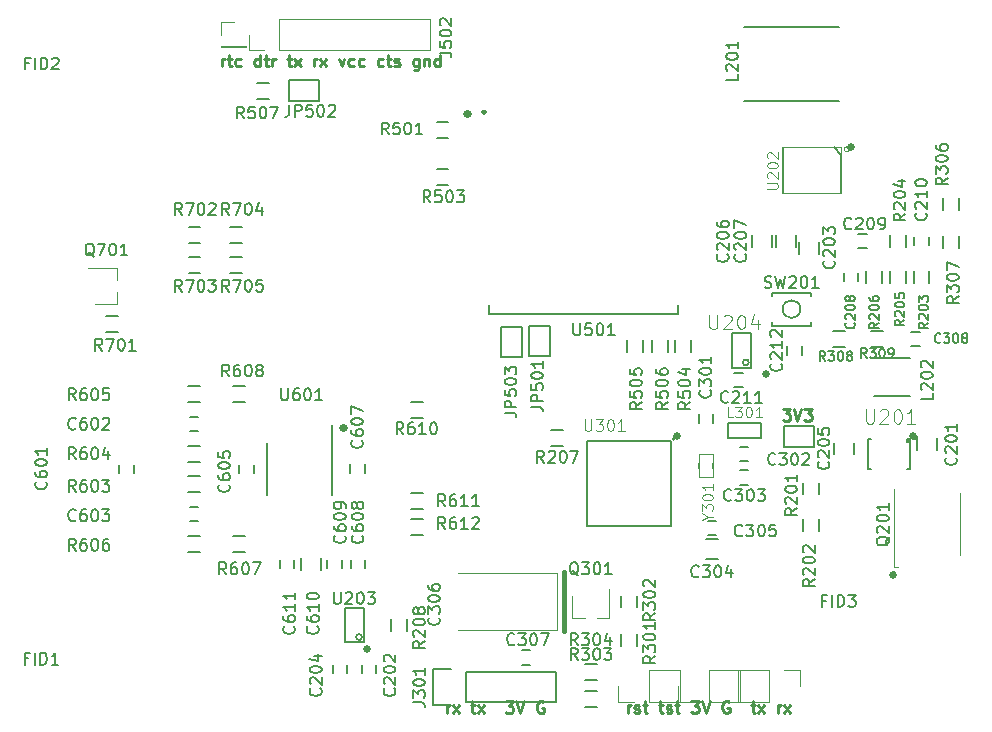
<source format=gto>
G04 #@! TF.FileFunction,Legend,Top*
%FSLAX46Y46*%
G04 Gerber Fmt 4.6, Leading zero omitted, Abs format (unit mm)*
G04 Created by KiCad (PCBNEW 4.0.7) date 2018 November 22, Thursday 00:19:32*
%MOMM*%
%LPD*%
G01*
G04 APERTURE LIST*
%ADD10C,0.050000*%
%ADD11C,0.500000*%
%ADD12C,0.400000*%
%ADD13C,0.250000*%
%ADD14C,0.300000*%
%ADD15C,0.150000*%
%ADD16C,0.127000*%
%ADD17C,0.120000*%
%ADD18C,0.200000*%
%ADD19C,0.066040*%
%ADD20C,0.152400*%
%ADD21C,0.101600*%
%ADD22C,0.121920*%
G04 APERTURE END LIST*
D10*
D11*
X67714286Y29250000D02*
X67809524Y29345239D01*
X67904762Y29250000D01*
X67809524Y29154762D01*
X67714286Y29250000D01*
X67904762Y29250000D01*
X33964286Y6000000D02*
X34059524Y6095239D01*
X34154762Y6000000D01*
X34059524Y5904762D01*
X33964286Y6000000D01*
X34154762Y6000000D01*
X78464286Y12250000D02*
X78559524Y12345239D01*
X78654762Y12250000D01*
X78559524Y12154762D01*
X78464286Y12250000D01*
X78654762Y12250000D01*
X80214286Y24000000D02*
X80309524Y24095239D01*
X80404762Y24000000D01*
X80309524Y23904762D01*
X80214286Y24000000D01*
X80404762Y24000000D01*
X74928086Y48455800D02*
X75023324Y48551039D01*
X75118562Y48455800D01*
X75023324Y48360562D01*
X74928086Y48455800D01*
X75118562Y48455800D01*
X42464286Y51250000D02*
X42559524Y51345239D01*
X42654762Y51250000D01*
X42559524Y51154762D01*
X42464286Y51250000D01*
X42654762Y51250000D01*
X60214286Y24000000D02*
X60309524Y24095239D01*
X60404762Y24000000D01*
X60309524Y23904762D01*
X60214286Y24000000D01*
X60404762Y24000000D01*
D12*
X50750000Y12500000D02*
X50750000Y7500000D01*
D13*
X40785713Y547619D02*
X40785713Y1214286D01*
X40785713Y1023810D02*
X40833332Y1119048D01*
X40880951Y1166667D01*
X40976189Y1214286D01*
X41071428Y1214286D01*
X41309523Y547619D02*
X41833333Y1214286D01*
X41309523Y1214286D02*
X41833333Y547619D01*
X42833333Y1214286D02*
X43214285Y1214286D01*
X42976190Y1547619D02*
X42976190Y690476D01*
X43023809Y595238D01*
X43119047Y547619D01*
X43214285Y547619D01*
X43452381Y547619D02*
X43976191Y1214286D01*
X43452381Y1214286D02*
X43976191Y547619D01*
X45785715Y1547619D02*
X46404763Y1547619D01*
X46071429Y1166667D01*
X46214287Y1166667D01*
X46309525Y1119048D01*
X46357144Y1071429D01*
X46404763Y976190D01*
X46404763Y738095D01*
X46357144Y642857D01*
X46309525Y595238D01*
X46214287Y547619D01*
X45928572Y547619D01*
X45833334Y595238D01*
X45785715Y642857D01*
X46690477Y1547619D02*
X47023810Y547619D01*
X47357144Y1547619D01*
X48976192Y1500000D02*
X48880954Y1547619D01*
X48738097Y1547619D01*
X48595239Y1500000D01*
X48500001Y1404762D01*
X48452382Y1309524D01*
X48404763Y1119048D01*
X48404763Y976190D01*
X48452382Y785714D01*
X48500001Y690476D01*
X48595239Y595238D01*
X48738097Y547619D01*
X48833335Y547619D01*
X48976192Y595238D01*
X49023811Y642857D01*
X49023811Y976190D01*
X48833335Y976190D01*
X69261905Y26297619D02*
X69880953Y26297619D01*
X69547619Y25916667D01*
X69690477Y25916667D01*
X69785715Y25869048D01*
X69833334Y25821429D01*
X69880953Y25726190D01*
X69880953Y25488095D01*
X69833334Y25392857D01*
X69785715Y25345238D01*
X69690477Y25297619D01*
X69404762Y25297619D01*
X69309524Y25345238D01*
X69261905Y25392857D01*
X70166667Y26297619D02*
X70500000Y25297619D01*
X70833334Y26297619D01*
X71071429Y26297619D02*
X71690477Y26297619D01*
X71357143Y25916667D01*
X71500001Y25916667D01*
X71595239Y25869048D01*
X71642858Y25821429D01*
X71690477Y25726190D01*
X71690477Y25488095D01*
X71642858Y25392857D01*
X71595239Y25345238D01*
X71500001Y25297619D01*
X71214286Y25297619D01*
X71119048Y25345238D01*
X71071429Y25392857D01*
X21761902Y55297619D02*
X21761902Y55964286D01*
X21761902Y55773810D02*
X21809521Y55869048D01*
X21857140Y55916667D01*
X21952378Y55964286D01*
X22047617Y55964286D01*
X22238093Y55964286D02*
X22619045Y55964286D01*
X22380950Y56297619D02*
X22380950Y55440476D01*
X22428569Y55345238D01*
X22523807Y55297619D01*
X22619045Y55297619D01*
X23380951Y55345238D02*
X23285713Y55297619D01*
X23095236Y55297619D01*
X22999998Y55345238D01*
X22952379Y55392857D01*
X22904760Y55488095D01*
X22904760Y55773810D01*
X22952379Y55869048D01*
X22999998Y55916667D01*
X23095236Y55964286D01*
X23285713Y55964286D01*
X23380951Y55916667D01*
X24999999Y55297619D02*
X24999999Y56297619D01*
X24999999Y55345238D02*
X24904761Y55297619D01*
X24714284Y55297619D01*
X24619046Y55345238D01*
X24571427Y55392857D01*
X24523808Y55488095D01*
X24523808Y55773810D01*
X24571427Y55869048D01*
X24619046Y55916667D01*
X24714284Y55964286D01*
X24904761Y55964286D01*
X24999999Y55916667D01*
X25333332Y55964286D02*
X25714284Y55964286D01*
X25476189Y56297619D02*
X25476189Y55440476D01*
X25523808Y55345238D01*
X25619046Y55297619D01*
X25714284Y55297619D01*
X26047618Y55297619D02*
X26047618Y55964286D01*
X26047618Y55773810D02*
X26095237Y55869048D01*
X26142856Y55916667D01*
X26238094Y55964286D01*
X26333333Y55964286D01*
X27285714Y55964286D02*
X27666666Y55964286D01*
X27428571Y56297619D02*
X27428571Y55440476D01*
X27476190Y55345238D01*
X27571428Y55297619D01*
X27666666Y55297619D01*
X27904762Y55297619D02*
X28428572Y55964286D01*
X27904762Y55964286D02*
X28428572Y55297619D01*
X29571429Y55297619D02*
X29571429Y55964286D01*
X29571429Y55773810D02*
X29619048Y55869048D01*
X29666667Y55916667D01*
X29761905Y55964286D01*
X29857144Y55964286D01*
X30095239Y55297619D02*
X30619049Y55964286D01*
X30095239Y55964286D02*
X30619049Y55297619D01*
X31666668Y55964286D02*
X31904763Y55297619D01*
X32142859Y55964286D01*
X32952383Y55345238D02*
X32857145Y55297619D01*
X32666668Y55297619D01*
X32571430Y55345238D01*
X32523811Y55392857D01*
X32476192Y55488095D01*
X32476192Y55773810D01*
X32523811Y55869048D01*
X32571430Y55916667D01*
X32666668Y55964286D01*
X32857145Y55964286D01*
X32952383Y55916667D01*
X33809526Y55345238D02*
X33714288Y55297619D01*
X33523811Y55297619D01*
X33428573Y55345238D01*
X33380954Y55392857D01*
X33333335Y55488095D01*
X33333335Y55773810D01*
X33380954Y55869048D01*
X33428573Y55916667D01*
X33523811Y55964286D01*
X33714288Y55964286D01*
X33809526Y55916667D01*
X35428574Y55345238D02*
X35333336Y55297619D01*
X35142859Y55297619D01*
X35047621Y55345238D01*
X35000002Y55392857D01*
X34952383Y55488095D01*
X34952383Y55773810D01*
X35000002Y55869048D01*
X35047621Y55916667D01*
X35142859Y55964286D01*
X35333336Y55964286D01*
X35428574Y55916667D01*
X35714288Y55964286D02*
X36095240Y55964286D01*
X35857145Y56297619D02*
X35857145Y55440476D01*
X35904764Y55345238D01*
X36000002Y55297619D01*
X36095240Y55297619D01*
X36380955Y55345238D02*
X36476193Y55297619D01*
X36666669Y55297619D01*
X36761908Y55345238D01*
X36809527Y55440476D01*
X36809527Y55488095D01*
X36761908Y55583333D01*
X36666669Y55630952D01*
X36523812Y55630952D01*
X36428574Y55678571D01*
X36380955Y55773810D01*
X36380955Y55821429D01*
X36428574Y55916667D01*
X36523812Y55964286D01*
X36666669Y55964286D01*
X36761908Y55916667D01*
X38428575Y55964286D02*
X38428575Y55154762D01*
X38380956Y55059524D01*
X38333337Y55011905D01*
X38238098Y54964286D01*
X38095241Y54964286D01*
X38000003Y55011905D01*
X38428575Y55345238D02*
X38333337Y55297619D01*
X38142860Y55297619D01*
X38047622Y55345238D01*
X38000003Y55392857D01*
X37952384Y55488095D01*
X37952384Y55773810D01*
X38000003Y55869048D01*
X38047622Y55916667D01*
X38142860Y55964286D01*
X38333337Y55964286D01*
X38428575Y55916667D01*
X38904765Y55964286D02*
X38904765Y55297619D01*
X38904765Y55869048D02*
X38952384Y55916667D01*
X39047622Y55964286D01*
X39190480Y55964286D01*
X39285718Y55916667D01*
X39333337Y55821429D01*
X39333337Y55297619D01*
X40238099Y55297619D02*
X40238099Y56297619D01*
X40238099Y55345238D02*
X40142861Y55297619D01*
X39952384Y55297619D01*
X39857146Y55345238D01*
X39809527Y55392857D01*
X39761908Y55488095D01*
X39761908Y55773810D01*
X39809527Y55869048D01*
X39857146Y55916667D01*
X39952384Y55964286D01*
X40142861Y55964286D01*
X40238099Y55916667D01*
X56126664Y552619D02*
X56126664Y1219286D01*
X56126664Y1028810D02*
X56174283Y1124048D01*
X56221902Y1171667D01*
X56317140Y1219286D01*
X56412379Y1219286D01*
X56698093Y600238D02*
X56793331Y552619D01*
X56983807Y552619D01*
X57079046Y600238D01*
X57126665Y695476D01*
X57126665Y743095D01*
X57079046Y838333D01*
X56983807Y885952D01*
X56840950Y885952D01*
X56745712Y933571D01*
X56698093Y1028810D01*
X56698093Y1076429D01*
X56745712Y1171667D01*
X56840950Y1219286D01*
X56983807Y1219286D01*
X57079046Y1171667D01*
X57412379Y1219286D02*
X57793331Y1219286D01*
X57555236Y1552619D02*
X57555236Y695476D01*
X57602855Y600238D01*
X57698093Y552619D01*
X57793331Y552619D01*
X58745713Y1219286D02*
X59126665Y1219286D01*
X58888570Y1552619D02*
X58888570Y695476D01*
X58936189Y600238D01*
X59031427Y552619D01*
X59126665Y552619D01*
X59412380Y600238D02*
X59507618Y552619D01*
X59698094Y552619D01*
X59793333Y600238D01*
X59840952Y695476D01*
X59840952Y743095D01*
X59793333Y838333D01*
X59698094Y885952D01*
X59555237Y885952D01*
X59459999Y933571D01*
X59412380Y1028810D01*
X59412380Y1076429D01*
X59459999Y1171667D01*
X59555237Y1219286D01*
X59698094Y1219286D01*
X59793333Y1171667D01*
X60126666Y1219286D02*
X60507618Y1219286D01*
X60269523Y1552619D02*
X60269523Y695476D01*
X60317142Y600238D01*
X60412380Y552619D01*
X60507618Y552619D01*
X61507619Y1552619D02*
X62126667Y1552619D01*
X61793333Y1171667D01*
X61936191Y1171667D01*
X62031429Y1124048D01*
X62079048Y1076429D01*
X62126667Y981190D01*
X62126667Y743095D01*
X62079048Y647857D01*
X62031429Y600238D01*
X61936191Y552619D01*
X61650476Y552619D01*
X61555238Y600238D01*
X61507619Y647857D01*
X62412381Y1552619D02*
X62745714Y552619D01*
X63079048Y1552619D01*
X64698096Y1505000D02*
X64602858Y1552619D01*
X64460001Y1552619D01*
X64317143Y1505000D01*
X64221905Y1409762D01*
X64174286Y1314524D01*
X64126667Y1124048D01*
X64126667Y981190D01*
X64174286Y790714D01*
X64221905Y695476D01*
X64317143Y600238D01*
X64460001Y552619D01*
X64555239Y552619D01*
X64698096Y600238D01*
X64745715Y647857D01*
X64745715Y981190D01*
X64555239Y981190D01*
X66555239Y1219286D02*
X66936191Y1219286D01*
X66698096Y1552619D02*
X66698096Y695476D01*
X66745715Y600238D01*
X66840953Y552619D01*
X66936191Y552619D01*
X67174287Y552619D02*
X67698097Y1219286D01*
X67174287Y1219286D02*
X67698097Y552619D01*
X68840954Y552619D02*
X68840954Y1219286D01*
X68840954Y1028810D02*
X68888573Y1124048D01*
X68936192Y1171667D01*
X69031430Y1219286D01*
X69126669Y1219286D01*
X69364764Y552619D02*
X69888574Y1219286D01*
X69364764Y1219286D02*
X69888574Y552619D01*
D14*
X43960000Y51469286D02*
X44031428Y51397857D01*
X43960000Y51326429D01*
X43888571Y51397857D01*
X43960000Y51469286D01*
X43960000Y51326429D01*
X78640000Y12419286D02*
X78711428Y12347857D01*
X78640000Y12276429D01*
X78568571Y12347857D01*
X78640000Y12419286D01*
X78640000Y12276429D01*
D11*
X31959286Y24710000D02*
X32054524Y24805239D01*
X32149762Y24710000D01*
X32054524Y24614762D01*
X31959286Y24710000D01*
X32149762Y24710000D01*
D14*
X74960000Y48469286D02*
X75031428Y48397857D01*
X74960000Y48326429D01*
X74888571Y48397857D01*
X74960000Y48469286D01*
X74960000Y48326429D01*
X80460000Y23969286D02*
X80531428Y23897857D01*
X80460000Y23826429D01*
X80388571Y23897857D01*
X80460000Y23969286D01*
X80460000Y23826429D01*
D15*
X62150000Y25150000D02*
X62150000Y25850000D01*
X63350000Y25850000D02*
X63350000Y25150000D01*
X65650000Y23100000D02*
X66350000Y23100000D01*
X66350000Y21900000D02*
X65650000Y21900000D01*
X65650000Y21100000D02*
X66350000Y21100000D01*
X66350000Y19900000D02*
X65650000Y19900000D01*
X63600000Y15605000D02*
X62900000Y15605000D01*
X62900000Y16805000D02*
X63600000Y16805000D01*
X47150000Y5850000D02*
X47850000Y5850000D01*
X47850000Y4650000D02*
X47150000Y4650000D01*
X80150000Y32850000D02*
X80850000Y32850000D01*
X80850000Y31650000D02*
X80150000Y31650000D01*
X14290000Y21540000D02*
X14290000Y20840000D01*
X13090000Y20840000D02*
X13090000Y21540000D01*
X19055000Y25600000D02*
X19755000Y25600000D01*
X19755000Y24400000D02*
X19055000Y24400000D01*
X19055000Y17980000D02*
X19755000Y17980000D01*
X19755000Y16780000D02*
X19055000Y16780000D01*
X23250000Y20840000D02*
X23250000Y21540000D01*
X24450000Y21540000D02*
X24450000Y20840000D01*
X32650000Y20900000D02*
X32650000Y21600000D01*
X33850000Y21600000D02*
X33850000Y20900000D01*
X33895000Y13540000D02*
X33895000Y12840000D01*
X32695000Y12840000D02*
X32695000Y13540000D01*
X30695000Y12840000D02*
X30695000Y13540000D01*
X31895000Y13540000D02*
X31895000Y12840000D01*
X26695000Y12840000D02*
X26695000Y13540000D01*
X27895000Y13540000D02*
X27895000Y12840000D01*
D16*
X64615000Y25135000D02*
X67409000Y25135000D01*
X67409000Y25135000D02*
X67409000Y23865000D01*
X67409000Y23865000D02*
X64615000Y23865000D01*
X64615000Y23865000D02*
X64615000Y25135000D01*
D17*
X68080000Y4160000D02*
X65480000Y4160000D01*
X65480000Y4160000D02*
X65480000Y1500000D01*
X65480000Y1500000D02*
X68080000Y1500000D01*
X68080000Y1500000D02*
X68080000Y4160000D01*
X69350000Y4160000D02*
X70680000Y4160000D01*
X70680000Y4160000D02*
X70680000Y2830000D01*
X57920000Y1500000D02*
X60520000Y1500000D01*
X60520000Y1500000D02*
X60520000Y4160000D01*
X60520000Y4160000D02*
X57920000Y4160000D01*
X57920000Y4160000D02*
X57920000Y1500000D01*
X56650000Y1500000D02*
X55320000Y1500000D01*
X55320000Y1500000D02*
X55320000Y2830000D01*
D15*
X72315000Y20055000D02*
X72315000Y19055000D01*
X70965000Y19055000D02*
X70965000Y20055000D01*
X72315000Y16955000D02*
X72315000Y15955000D01*
X70965000Y15955000D02*
X70965000Y16955000D01*
X80325000Y37000000D02*
X80325000Y38000000D01*
X81675000Y38000000D02*
X81675000Y37000000D01*
X78325000Y40000000D02*
X78325000Y41000000D01*
X79675000Y41000000D02*
X79675000Y40000000D01*
X79675000Y38000000D02*
X79675000Y37000000D01*
X78325000Y37000000D02*
X78325000Y38000000D01*
X56915000Y7205000D02*
X56915000Y6205000D01*
X55565000Y6205000D02*
X55565000Y7205000D01*
X84165000Y44155000D02*
X84165000Y43155000D01*
X82815000Y43155000D02*
X82815000Y44155000D01*
X82815000Y39955000D02*
X82815000Y40955000D01*
X84165000Y40955000D02*
X84165000Y39955000D01*
X74500000Y31575000D02*
X73500000Y31575000D01*
X73500000Y32925000D02*
X74500000Y32925000D01*
X77750000Y31575000D02*
X76750000Y31575000D01*
X76750000Y32925000D02*
X77750000Y32925000D01*
X40940000Y49280000D02*
X39940000Y49280000D01*
X39940000Y50630000D02*
X40940000Y50630000D01*
X18905000Y20595000D02*
X19905000Y20595000D01*
X19905000Y19245000D02*
X18905000Y19245000D01*
X18905000Y23135000D02*
X19905000Y23135000D01*
X19905000Y21785000D02*
X18905000Y21785000D01*
X18905000Y28215000D02*
X19905000Y28215000D01*
X19905000Y26865000D02*
X18905000Y26865000D01*
X18905000Y15515000D02*
X19905000Y15515000D01*
X19905000Y14165000D02*
X18905000Y14165000D01*
X22715000Y15515000D02*
X23715000Y15515000D01*
X23715000Y14165000D02*
X22715000Y14165000D01*
X22715000Y28215000D02*
X23715000Y28215000D01*
X23715000Y26865000D02*
X22715000Y26865000D01*
X37795000Y26865000D02*
X38795000Y26865000D01*
X38795000Y25515000D02*
X37795000Y25515000D01*
X37795000Y19185000D02*
X38795000Y19185000D01*
X38795000Y17835000D02*
X37795000Y17835000D01*
X37795000Y16985000D02*
X38795000Y16985000D01*
X38795000Y15635000D02*
X37795000Y15635000D01*
X11950000Y34175000D02*
X12950000Y34175000D01*
X12950000Y32825000D02*
X11950000Y32825000D01*
X18950000Y41675000D02*
X19950000Y41675000D01*
X19950000Y40325000D02*
X18950000Y40325000D01*
X19950000Y37825000D02*
X18950000Y37825000D01*
X18950000Y39175000D02*
X19950000Y39175000D01*
X22450000Y41675000D02*
X23450000Y41675000D01*
X23450000Y40325000D02*
X22450000Y40325000D01*
X23450000Y37825000D02*
X22450000Y37825000D01*
X22450000Y39175000D02*
X23450000Y39175000D01*
D16*
X52675000Y23575000D02*
X59825000Y23575000D01*
X59825000Y23575000D02*
X59825000Y16425000D01*
X59825000Y16425000D02*
X52675000Y16425000D01*
X52675000Y16425000D02*
X52675000Y23575000D01*
D18*
X60100000Y23750000D02*
G75*
G03X60100000Y23750000I-100000J0D01*
G01*
D15*
X25570000Y23390000D02*
X25570000Y18990000D01*
X31095000Y24965000D02*
X31095000Y18990000D01*
D19*
X62150560Y22498220D02*
X62150560Y20501780D01*
X62150560Y20501780D02*
X63349440Y20501780D01*
X63349440Y22498220D02*
X63349440Y20501780D01*
X62150560Y22498220D02*
X63349440Y22498220D01*
D16*
X63349440Y21698120D02*
X63349440Y21301880D01*
X63349440Y21698120D02*
X63349440Y21301880D01*
X62150560Y21698120D02*
X62150560Y21301880D01*
D17*
X63000000Y1500000D02*
X65600000Y1500000D01*
X65600000Y1500000D02*
X65600000Y4160000D01*
X65600000Y4160000D02*
X63000000Y4160000D01*
X63000000Y4160000D02*
X63000000Y1500000D01*
X61730000Y1500000D02*
X60400000Y1500000D01*
X60400000Y1500000D02*
X60400000Y2830000D01*
D15*
X74400000Y37150000D02*
X74400000Y37850000D01*
X75600000Y37850000D02*
X75600000Y37150000D01*
X76350000Y39900000D02*
X75650000Y39900000D01*
X75650000Y41100000D02*
X76350000Y41100000D01*
X80400000Y40150000D02*
X80400000Y40850000D01*
X81600000Y40850000D02*
X81600000Y40150000D01*
X74000000Y52400000D02*
X66000000Y52400000D01*
X74000000Y58600000D02*
X66000000Y58600000D01*
X80000000Y27400000D02*
X77000000Y27400000D01*
X80000000Y30600000D02*
X77000000Y30600000D01*
X77675000Y38000000D02*
X77675000Y37000000D01*
X76325000Y37000000D02*
X76325000Y38000000D01*
D19*
X74213800Y48455800D02*
X69286200Y48455800D01*
X69286200Y48455800D02*
X69286200Y44544200D01*
X74213800Y44544200D02*
X69286200Y44544200D01*
X74213800Y48455800D02*
X74213800Y44544200D01*
D16*
X69286200Y44544200D02*
X69286200Y48455800D01*
X73576260Y48455800D02*
X74213800Y47818260D01*
X74213800Y47818260D02*
X74213800Y44544200D01*
D10*
X74886526Y48278000D02*
G75*
G03X74886526Y48278000I-215526J0D01*
G01*
D17*
X39390000Y56670000D02*
X39390000Y59330000D01*
X26630000Y56670000D02*
X39390000Y56670000D01*
X26630000Y59330000D02*
X39390000Y59330000D01*
X26630000Y56670000D02*
X26630000Y59330000D01*
X25360000Y56670000D02*
X24030000Y56670000D01*
X24030000Y56670000D02*
X24030000Y58000000D01*
D15*
X39940000Y46630000D02*
X40940000Y46630000D01*
X40940000Y45280000D02*
X39940000Y45280000D01*
X61515000Y32155000D02*
X61515000Y31155000D01*
X60165000Y31155000D02*
X60165000Y32155000D01*
X57415000Y32145000D02*
X57415000Y31145000D01*
X56065000Y31145000D02*
X56065000Y32145000D01*
X59510000Y32145000D02*
X59510000Y31145000D01*
X58160000Y31145000D02*
X58160000Y32145000D01*
D20*
X44424000Y35096000D02*
X44424000Y34334000D01*
X44424000Y34334000D02*
X60426000Y34334000D01*
X60426000Y34334000D02*
X60426000Y35096000D01*
D15*
X49579000Y30800000D02*
X49579000Y33340000D01*
X47801000Y33340000D02*
X47801000Y30800000D01*
X47801000Y33340000D02*
X49579000Y33340000D01*
X49579000Y30800000D02*
X47801000Y30800000D01*
D17*
X78640000Y12955000D02*
X79040000Y12955000D01*
X78640000Y19555000D02*
X78640000Y12955000D01*
X84240000Y19155000D02*
X84240000Y13955000D01*
D16*
X80000000Y21250000D02*
X80000000Y23500000D01*
X80000000Y23500000D02*
X80000000Y23750000D01*
X80000000Y23750000D02*
X79770000Y23750000D01*
X76730000Y23750000D02*
X76500000Y23750000D01*
X76480000Y23750000D02*
X76480000Y21250000D01*
X76480000Y21250000D02*
X76710000Y21250000D01*
X79770000Y21250000D02*
X80000000Y21250000D01*
X80000000Y23500000D02*
X79750000Y23500000D01*
X79750000Y23750000D02*
X79750000Y23500000D01*
X80000000Y23600000D02*
X79750000Y23600000D01*
X80000000Y23700000D02*
X79750000Y23700000D01*
D17*
X52500000Y8610000D02*
X51450000Y8610000D01*
X51450000Y8610000D02*
X51450000Y10460000D01*
X54500000Y8610000D02*
X53500000Y8610000D01*
X54510000Y8630000D02*
X54510000Y11060000D01*
X12895000Y36210000D02*
X12895000Y35160000D01*
X12895000Y35160000D02*
X11045000Y35160000D01*
X12895000Y38210000D02*
X12895000Y37210000D01*
X12875000Y38220000D02*
X10445000Y38220000D01*
D15*
X82290000Y22805000D02*
X82290000Y23805000D01*
X80590000Y23805000D02*
X80590000Y22805000D01*
X72350000Y39455000D02*
X72350000Y40455000D01*
X70650000Y40455000D02*
X70650000Y39455000D01*
X75290000Y22455000D02*
X75290000Y23455000D01*
X73590000Y23455000D02*
X73590000Y22455000D01*
X68350000Y40000000D02*
X68350000Y41000000D01*
X66650000Y41000000D02*
X66650000Y40000000D01*
X70350000Y40000000D02*
X70350000Y41000000D01*
X68650000Y41000000D02*
X68650000Y40000000D01*
X62750000Y13605000D02*
X63750000Y13605000D01*
X63750000Y15305000D02*
X62750000Y15305000D01*
D17*
X50135000Y7605000D02*
X41735000Y7605000D01*
X50135000Y12405000D02*
X41735000Y12405000D01*
X50135000Y7605000D02*
X50135000Y12405000D01*
D15*
X28445000Y13690000D02*
X28445000Y12690000D01*
X30145000Y12690000D02*
X30145000Y13690000D01*
X49610000Y24480000D02*
X50610000Y24480000D01*
X50610000Y23130000D02*
X49610000Y23130000D01*
X55575000Y9500000D02*
X55575000Y10500000D01*
X56925000Y10500000D02*
X56925000Y9500000D01*
X42440000Y1480000D02*
X50060000Y1480000D01*
X42440000Y4020000D02*
X50060000Y4020000D01*
X39620000Y4300000D02*
X41170000Y4300000D01*
X50060000Y1480000D02*
X50060000Y4020000D01*
X42440000Y4020000D02*
X42440000Y1480000D01*
X41170000Y1200000D02*
X39620000Y1200000D01*
X39620000Y1200000D02*
X39620000Y4300000D01*
D17*
X21690000Y57000000D02*
X21690000Y56940000D01*
X21690000Y56940000D02*
X23810000Y56940000D01*
X23810000Y56940000D02*
X23810000Y57000000D01*
X23810000Y57000000D02*
X21690000Y57000000D01*
X21690000Y58000000D02*
X21690000Y59060000D01*
X21690000Y59060000D02*
X22750000Y59060000D01*
D15*
X52500000Y2425000D02*
X53500000Y2425000D01*
X53500000Y1075000D02*
X52500000Y1075000D01*
X52500000Y4675000D02*
X53500000Y4675000D01*
X53500000Y3325000D02*
X52500000Y3325000D01*
X34850000Y4600000D02*
X34850000Y3900000D01*
X33650000Y3900000D02*
X33650000Y4600000D01*
X32350000Y4600000D02*
X32350000Y3900000D01*
X31150000Y3900000D02*
X31150000Y4600000D01*
X37425000Y8500000D02*
X37425000Y7500000D01*
X36075000Y7500000D02*
X36075000Y8500000D01*
D16*
X32200000Y6550000D02*
X33800000Y6550000D01*
X33800000Y6550000D02*
X33800000Y9450000D01*
X33800000Y9450000D02*
X32200000Y9450000D01*
X32200000Y9450000D02*
X32200000Y6550000D01*
X33635000Y6984000D02*
G75*
G03X33635000Y6984000I-254000J0D01*
G01*
D15*
X30020000Y54139000D02*
X27480000Y54139000D01*
X27480000Y52361000D02*
X30020000Y52361000D01*
X27480000Y52361000D02*
X27480000Y54139000D01*
X30020000Y54139000D02*
X30020000Y52361000D01*
X24750000Y53925000D02*
X25750000Y53925000D01*
X25750000Y52575000D02*
X24750000Y52575000D01*
X65150000Y29350000D02*
X65850000Y29350000D01*
X65850000Y28150000D02*
X65150000Y28150000D01*
D16*
X64950000Y29800000D02*
X66550000Y29800000D01*
X66550000Y29800000D02*
X66550000Y32700000D01*
X66550000Y32700000D02*
X64950000Y32700000D01*
X64950000Y32700000D02*
X64950000Y29800000D01*
X66385000Y30234000D02*
G75*
G03X66385000Y30234000I-254000J0D01*
G01*
D15*
X70850000Y31600000D02*
X70850000Y30900000D01*
X69650000Y30900000D02*
X69650000Y31600000D01*
X71905000Y24889000D02*
X69365000Y24889000D01*
X69365000Y23111000D02*
X71905000Y23111000D01*
X69365000Y23111000D02*
X69365000Y24889000D01*
X71905000Y24889000D02*
X71905000Y23111000D01*
X70750000Y34750000D02*
G75*
G03X70750000Y34750000I-750000J0D01*
G01*
X71650000Y35850000D02*
X71650000Y36150000D01*
X71650000Y36150000D02*
X68350000Y36150000D01*
X68350000Y36150000D02*
X68350000Y35850000D01*
X71650000Y33650000D02*
X71650000Y33350000D01*
X71650000Y33350000D02*
X68350000Y33350000D01*
X68350000Y33350000D02*
X68350000Y33650000D01*
X47139000Y30730000D02*
X47139000Y33270000D01*
X45361000Y33270000D02*
X45361000Y30730000D01*
X45361000Y33270000D02*
X47139000Y33270000D01*
X47139000Y30730000D02*
X45361000Y30730000D01*
X72888572Y10076429D02*
X72555238Y10076429D01*
X72555238Y9552619D02*
X72555238Y10552619D01*
X73031429Y10552619D01*
X73412381Y9552619D02*
X73412381Y10552619D01*
X73888571Y9552619D02*
X73888571Y10552619D01*
X74126666Y10552619D01*
X74269524Y10505000D01*
X74364762Y10409762D01*
X74412381Y10314524D01*
X74460000Y10124048D01*
X74460000Y9981190D01*
X74412381Y9790714D01*
X74364762Y9695476D01*
X74269524Y9600238D01*
X74126666Y9552619D01*
X73888571Y9552619D01*
X74793333Y10552619D02*
X75412381Y10552619D01*
X75079047Y10171667D01*
X75221905Y10171667D01*
X75317143Y10124048D01*
X75364762Y10076429D01*
X75412381Y9981190D01*
X75412381Y9743095D01*
X75364762Y9647857D01*
X75317143Y9600238D01*
X75221905Y9552619D01*
X74936190Y9552619D01*
X74840952Y9600238D01*
X74793333Y9647857D01*
X5428572Y55571429D02*
X5095238Y55571429D01*
X5095238Y55047619D02*
X5095238Y56047619D01*
X5571429Y56047619D01*
X5952381Y55047619D02*
X5952381Y56047619D01*
X6428571Y55047619D02*
X6428571Y56047619D01*
X6666666Y56047619D01*
X6809524Y56000000D01*
X6904762Y55904762D01*
X6952381Y55809524D01*
X7000000Y55619048D01*
X7000000Y55476190D01*
X6952381Y55285714D01*
X6904762Y55190476D01*
X6809524Y55095238D01*
X6666666Y55047619D01*
X6428571Y55047619D01*
X7380952Y55952381D02*
X7428571Y56000000D01*
X7523809Y56047619D01*
X7761905Y56047619D01*
X7857143Y56000000D01*
X7904762Y55952381D01*
X7952381Y55857143D01*
X7952381Y55761905D01*
X7904762Y55619048D01*
X7333333Y55047619D01*
X7952381Y55047619D01*
X63107143Y27880953D02*
X63154762Y27833334D01*
X63202381Y27690477D01*
X63202381Y27595239D01*
X63154762Y27452381D01*
X63059524Y27357143D01*
X62964286Y27309524D01*
X62773810Y27261905D01*
X62630952Y27261905D01*
X62440476Y27309524D01*
X62345238Y27357143D01*
X62250000Y27452381D01*
X62202381Y27595239D01*
X62202381Y27690477D01*
X62250000Y27833334D01*
X62297619Y27880953D01*
X62202381Y28214286D02*
X62202381Y28833334D01*
X62583333Y28500000D01*
X62583333Y28642858D01*
X62630952Y28738096D01*
X62678571Y28785715D01*
X62773810Y28833334D01*
X63011905Y28833334D01*
X63107143Y28785715D01*
X63154762Y28738096D01*
X63202381Y28642858D01*
X63202381Y28357143D01*
X63154762Y28261905D01*
X63107143Y28214286D01*
X62202381Y29452381D02*
X62202381Y29547620D01*
X62250000Y29642858D01*
X62297619Y29690477D01*
X62392857Y29738096D01*
X62583333Y29785715D01*
X62821429Y29785715D01*
X63011905Y29738096D01*
X63107143Y29690477D01*
X63154762Y29642858D01*
X63202381Y29547620D01*
X63202381Y29452381D01*
X63154762Y29357143D01*
X63107143Y29309524D01*
X63011905Y29261905D01*
X62821429Y29214286D01*
X62583333Y29214286D01*
X62392857Y29261905D01*
X62297619Y29309524D01*
X62250000Y29357143D01*
X62202381Y29452381D01*
X63202381Y30738096D02*
X63202381Y30166667D01*
X63202381Y30452381D02*
X62202381Y30452381D01*
X62345238Y30357143D01*
X62440476Y30261905D01*
X62488095Y30166667D01*
X68630953Y21642857D02*
X68583334Y21595238D01*
X68440477Y21547619D01*
X68345239Y21547619D01*
X68202381Y21595238D01*
X68107143Y21690476D01*
X68059524Y21785714D01*
X68011905Y21976190D01*
X68011905Y22119048D01*
X68059524Y22309524D01*
X68107143Y22404762D01*
X68202381Y22500000D01*
X68345239Y22547619D01*
X68440477Y22547619D01*
X68583334Y22500000D01*
X68630953Y22452381D01*
X68964286Y22547619D02*
X69583334Y22547619D01*
X69250000Y22166667D01*
X69392858Y22166667D01*
X69488096Y22119048D01*
X69535715Y22071429D01*
X69583334Y21976190D01*
X69583334Y21738095D01*
X69535715Y21642857D01*
X69488096Y21595238D01*
X69392858Y21547619D01*
X69107143Y21547619D01*
X69011905Y21595238D01*
X68964286Y21642857D01*
X70202381Y22547619D02*
X70297620Y22547619D01*
X70392858Y22500000D01*
X70440477Y22452381D01*
X70488096Y22357143D01*
X70535715Y22166667D01*
X70535715Y21928571D01*
X70488096Y21738095D01*
X70440477Y21642857D01*
X70392858Y21595238D01*
X70297620Y21547619D01*
X70202381Y21547619D01*
X70107143Y21595238D01*
X70059524Y21642857D01*
X70011905Y21738095D01*
X69964286Y21928571D01*
X69964286Y22166667D01*
X70011905Y22357143D01*
X70059524Y22452381D01*
X70107143Y22500000D01*
X70202381Y22547619D01*
X70916667Y22452381D02*
X70964286Y22500000D01*
X71059524Y22547619D01*
X71297620Y22547619D01*
X71392858Y22500000D01*
X71440477Y22452381D01*
X71488096Y22357143D01*
X71488096Y22261905D01*
X71440477Y22119048D01*
X70869048Y21547619D01*
X71488096Y21547619D01*
X64880953Y18597857D02*
X64833334Y18550238D01*
X64690477Y18502619D01*
X64595239Y18502619D01*
X64452381Y18550238D01*
X64357143Y18645476D01*
X64309524Y18740714D01*
X64261905Y18931190D01*
X64261905Y19074048D01*
X64309524Y19264524D01*
X64357143Y19359762D01*
X64452381Y19455000D01*
X64595239Y19502619D01*
X64690477Y19502619D01*
X64833334Y19455000D01*
X64880953Y19407381D01*
X65214286Y19502619D02*
X65833334Y19502619D01*
X65500000Y19121667D01*
X65642858Y19121667D01*
X65738096Y19074048D01*
X65785715Y19026429D01*
X65833334Y18931190D01*
X65833334Y18693095D01*
X65785715Y18597857D01*
X65738096Y18550238D01*
X65642858Y18502619D01*
X65357143Y18502619D01*
X65261905Y18550238D01*
X65214286Y18597857D01*
X66452381Y19502619D02*
X66547620Y19502619D01*
X66642858Y19455000D01*
X66690477Y19407381D01*
X66738096Y19312143D01*
X66785715Y19121667D01*
X66785715Y18883571D01*
X66738096Y18693095D01*
X66690477Y18597857D01*
X66642858Y18550238D01*
X66547620Y18502619D01*
X66452381Y18502619D01*
X66357143Y18550238D01*
X66309524Y18597857D01*
X66261905Y18693095D01*
X66214286Y18883571D01*
X66214286Y19121667D01*
X66261905Y19312143D01*
X66309524Y19407381D01*
X66357143Y19455000D01*
X66452381Y19502619D01*
X67119048Y19502619D02*
X67738096Y19502619D01*
X67404762Y19121667D01*
X67547620Y19121667D01*
X67642858Y19074048D01*
X67690477Y19026429D01*
X67738096Y18931190D01*
X67738096Y18693095D01*
X67690477Y18597857D01*
X67642858Y18550238D01*
X67547620Y18502619D01*
X67261905Y18502619D01*
X67166667Y18550238D01*
X67119048Y18597857D01*
X65820953Y15597857D02*
X65773334Y15550238D01*
X65630477Y15502619D01*
X65535239Y15502619D01*
X65392381Y15550238D01*
X65297143Y15645476D01*
X65249524Y15740714D01*
X65201905Y15931190D01*
X65201905Y16074048D01*
X65249524Y16264524D01*
X65297143Y16359762D01*
X65392381Y16455000D01*
X65535239Y16502619D01*
X65630477Y16502619D01*
X65773334Y16455000D01*
X65820953Y16407381D01*
X66154286Y16502619D02*
X66773334Y16502619D01*
X66440000Y16121667D01*
X66582858Y16121667D01*
X66678096Y16074048D01*
X66725715Y16026429D01*
X66773334Y15931190D01*
X66773334Y15693095D01*
X66725715Y15597857D01*
X66678096Y15550238D01*
X66582858Y15502619D01*
X66297143Y15502619D01*
X66201905Y15550238D01*
X66154286Y15597857D01*
X67392381Y16502619D02*
X67487620Y16502619D01*
X67582858Y16455000D01*
X67630477Y16407381D01*
X67678096Y16312143D01*
X67725715Y16121667D01*
X67725715Y15883571D01*
X67678096Y15693095D01*
X67630477Y15597857D01*
X67582858Y15550238D01*
X67487620Y15502619D01*
X67392381Y15502619D01*
X67297143Y15550238D01*
X67249524Y15597857D01*
X67201905Y15693095D01*
X67154286Y15883571D01*
X67154286Y16121667D01*
X67201905Y16312143D01*
X67249524Y16407381D01*
X67297143Y16455000D01*
X67392381Y16502619D01*
X68630477Y16502619D02*
X68154286Y16502619D01*
X68106667Y16026429D01*
X68154286Y16074048D01*
X68249524Y16121667D01*
X68487620Y16121667D01*
X68582858Y16074048D01*
X68630477Y16026429D01*
X68678096Y15931190D01*
X68678096Y15693095D01*
X68630477Y15597857D01*
X68582858Y15550238D01*
X68487620Y15502619D01*
X68249524Y15502619D01*
X68154286Y15550238D01*
X68106667Y15597857D01*
X46530953Y6392857D02*
X46483334Y6345238D01*
X46340477Y6297619D01*
X46245239Y6297619D01*
X46102381Y6345238D01*
X46007143Y6440476D01*
X45959524Y6535714D01*
X45911905Y6726190D01*
X45911905Y6869048D01*
X45959524Y7059524D01*
X46007143Y7154762D01*
X46102381Y7250000D01*
X46245239Y7297619D01*
X46340477Y7297619D01*
X46483334Y7250000D01*
X46530953Y7202381D01*
X46864286Y7297619D02*
X47483334Y7297619D01*
X47150000Y6916667D01*
X47292858Y6916667D01*
X47388096Y6869048D01*
X47435715Y6821429D01*
X47483334Y6726190D01*
X47483334Y6488095D01*
X47435715Y6392857D01*
X47388096Y6345238D01*
X47292858Y6297619D01*
X47007143Y6297619D01*
X46911905Y6345238D01*
X46864286Y6392857D01*
X48102381Y7297619D02*
X48197620Y7297619D01*
X48292858Y7250000D01*
X48340477Y7202381D01*
X48388096Y7107143D01*
X48435715Y6916667D01*
X48435715Y6678571D01*
X48388096Y6488095D01*
X48340477Y6392857D01*
X48292858Y6345238D01*
X48197620Y6297619D01*
X48102381Y6297619D01*
X48007143Y6345238D01*
X47959524Y6392857D01*
X47911905Y6488095D01*
X47864286Y6678571D01*
X47864286Y6916667D01*
X47911905Y7107143D01*
X47959524Y7202381D01*
X48007143Y7250000D01*
X48102381Y7297619D01*
X48769048Y7297619D02*
X49435715Y7297619D01*
X49007143Y6297619D01*
X82604762Y31964286D02*
X82566667Y31926190D01*
X82452381Y31888095D01*
X82376191Y31888095D01*
X82261905Y31926190D01*
X82185714Y32002381D01*
X82147619Y32078571D01*
X82109524Y32230952D01*
X82109524Y32345238D01*
X82147619Y32497619D01*
X82185714Y32573810D01*
X82261905Y32650000D01*
X82376191Y32688095D01*
X82452381Y32688095D01*
X82566667Y32650000D01*
X82604762Y32611905D01*
X82871429Y32688095D02*
X83366667Y32688095D01*
X83100000Y32383333D01*
X83214286Y32383333D01*
X83290476Y32345238D01*
X83328572Y32307143D01*
X83366667Y32230952D01*
X83366667Y32040476D01*
X83328572Y31964286D01*
X83290476Y31926190D01*
X83214286Y31888095D01*
X82985714Y31888095D01*
X82909524Y31926190D01*
X82871429Y31964286D01*
X83861905Y32688095D02*
X83938096Y32688095D01*
X84014286Y32650000D01*
X84052381Y32611905D01*
X84090477Y32535714D01*
X84128572Y32383333D01*
X84128572Y32192857D01*
X84090477Y32040476D01*
X84052381Y31964286D01*
X84014286Y31926190D01*
X83938096Y31888095D01*
X83861905Y31888095D01*
X83785715Y31926190D01*
X83747619Y31964286D01*
X83709524Y32040476D01*
X83671429Y32192857D01*
X83671429Y32383333D01*
X83709524Y32535714D01*
X83747619Y32611905D01*
X83785715Y32650000D01*
X83861905Y32688095D01*
X84585715Y32345238D02*
X84509524Y32383333D01*
X84471429Y32421429D01*
X84433334Y32497619D01*
X84433334Y32535714D01*
X84471429Y32611905D01*
X84509524Y32650000D01*
X84585715Y32688095D01*
X84738096Y32688095D01*
X84814286Y32650000D01*
X84852382Y32611905D01*
X84890477Y32535714D01*
X84890477Y32497619D01*
X84852382Y32421429D01*
X84814286Y32383333D01*
X84738096Y32345238D01*
X84585715Y32345238D01*
X84509524Y32307143D01*
X84471429Y32269048D01*
X84433334Y32192857D01*
X84433334Y32040476D01*
X84471429Y31964286D01*
X84509524Y31926190D01*
X84585715Y31888095D01*
X84738096Y31888095D01*
X84814286Y31926190D01*
X84852382Y31964286D01*
X84890477Y32040476D01*
X84890477Y32192857D01*
X84852382Y32269048D01*
X84814286Y32307143D01*
X84738096Y32345238D01*
X6857143Y20130953D02*
X6904762Y20083334D01*
X6952381Y19940477D01*
X6952381Y19845239D01*
X6904762Y19702381D01*
X6809524Y19607143D01*
X6714286Y19559524D01*
X6523810Y19511905D01*
X6380952Y19511905D01*
X6190476Y19559524D01*
X6095238Y19607143D01*
X6000000Y19702381D01*
X5952381Y19845239D01*
X5952381Y19940477D01*
X6000000Y20083334D01*
X6047619Y20130953D01*
X5952381Y20988096D02*
X5952381Y20797619D01*
X6000000Y20702381D01*
X6047619Y20654762D01*
X6190476Y20559524D01*
X6380952Y20511905D01*
X6761905Y20511905D01*
X6857143Y20559524D01*
X6904762Y20607143D01*
X6952381Y20702381D01*
X6952381Y20892858D01*
X6904762Y20988096D01*
X6857143Y21035715D01*
X6761905Y21083334D01*
X6523810Y21083334D01*
X6428571Y21035715D01*
X6380952Y20988096D01*
X6333333Y20892858D01*
X6333333Y20702381D01*
X6380952Y20607143D01*
X6428571Y20559524D01*
X6523810Y20511905D01*
X5952381Y21702381D02*
X5952381Y21797620D01*
X6000000Y21892858D01*
X6047619Y21940477D01*
X6142857Y21988096D01*
X6333333Y22035715D01*
X6571429Y22035715D01*
X6761905Y21988096D01*
X6857143Y21940477D01*
X6904762Y21892858D01*
X6952381Y21797620D01*
X6952381Y21702381D01*
X6904762Y21607143D01*
X6857143Y21559524D01*
X6761905Y21511905D01*
X6571429Y21464286D01*
X6333333Y21464286D01*
X6142857Y21511905D01*
X6047619Y21559524D01*
X6000000Y21607143D01*
X5952381Y21702381D01*
X6952381Y22988096D02*
X6952381Y22416667D01*
X6952381Y22702381D02*
X5952381Y22702381D01*
X6095238Y22607143D01*
X6190476Y22511905D01*
X6238095Y22416667D01*
X9380953Y24642857D02*
X9333334Y24595238D01*
X9190477Y24547619D01*
X9095239Y24547619D01*
X8952381Y24595238D01*
X8857143Y24690476D01*
X8809524Y24785714D01*
X8761905Y24976190D01*
X8761905Y25119048D01*
X8809524Y25309524D01*
X8857143Y25404762D01*
X8952381Y25500000D01*
X9095239Y25547619D01*
X9190477Y25547619D01*
X9333334Y25500000D01*
X9380953Y25452381D01*
X10238096Y25547619D02*
X10047619Y25547619D01*
X9952381Y25500000D01*
X9904762Y25452381D01*
X9809524Y25309524D01*
X9761905Y25119048D01*
X9761905Y24738095D01*
X9809524Y24642857D01*
X9857143Y24595238D01*
X9952381Y24547619D01*
X10142858Y24547619D01*
X10238096Y24595238D01*
X10285715Y24642857D01*
X10333334Y24738095D01*
X10333334Y24976190D01*
X10285715Y25071429D01*
X10238096Y25119048D01*
X10142858Y25166667D01*
X9952381Y25166667D01*
X9857143Y25119048D01*
X9809524Y25071429D01*
X9761905Y24976190D01*
X10952381Y25547619D02*
X11047620Y25547619D01*
X11142858Y25500000D01*
X11190477Y25452381D01*
X11238096Y25357143D01*
X11285715Y25166667D01*
X11285715Y24928571D01*
X11238096Y24738095D01*
X11190477Y24642857D01*
X11142858Y24595238D01*
X11047620Y24547619D01*
X10952381Y24547619D01*
X10857143Y24595238D01*
X10809524Y24642857D01*
X10761905Y24738095D01*
X10714286Y24928571D01*
X10714286Y25166667D01*
X10761905Y25357143D01*
X10809524Y25452381D01*
X10857143Y25500000D01*
X10952381Y25547619D01*
X11666667Y25452381D02*
X11714286Y25500000D01*
X11809524Y25547619D01*
X12047620Y25547619D01*
X12142858Y25500000D01*
X12190477Y25452381D01*
X12238096Y25357143D01*
X12238096Y25261905D01*
X12190477Y25119048D01*
X11619048Y24547619D01*
X12238096Y24547619D01*
X9380953Y16892857D02*
X9333334Y16845238D01*
X9190477Y16797619D01*
X9095239Y16797619D01*
X8952381Y16845238D01*
X8857143Y16940476D01*
X8809524Y17035714D01*
X8761905Y17226190D01*
X8761905Y17369048D01*
X8809524Y17559524D01*
X8857143Y17654762D01*
X8952381Y17750000D01*
X9095239Y17797619D01*
X9190477Y17797619D01*
X9333334Y17750000D01*
X9380953Y17702381D01*
X10238096Y17797619D02*
X10047619Y17797619D01*
X9952381Y17750000D01*
X9904762Y17702381D01*
X9809524Y17559524D01*
X9761905Y17369048D01*
X9761905Y16988095D01*
X9809524Y16892857D01*
X9857143Y16845238D01*
X9952381Y16797619D01*
X10142858Y16797619D01*
X10238096Y16845238D01*
X10285715Y16892857D01*
X10333334Y16988095D01*
X10333334Y17226190D01*
X10285715Y17321429D01*
X10238096Y17369048D01*
X10142858Y17416667D01*
X9952381Y17416667D01*
X9857143Y17369048D01*
X9809524Y17321429D01*
X9761905Y17226190D01*
X10952381Y17797619D02*
X11047620Y17797619D01*
X11142858Y17750000D01*
X11190477Y17702381D01*
X11238096Y17607143D01*
X11285715Y17416667D01*
X11285715Y17178571D01*
X11238096Y16988095D01*
X11190477Y16892857D01*
X11142858Y16845238D01*
X11047620Y16797619D01*
X10952381Y16797619D01*
X10857143Y16845238D01*
X10809524Y16892857D01*
X10761905Y16988095D01*
X10714286Y17178571D01*
X10714286Y17416667D01*
X10761905Y17607143D01*
X10809524Y17702381D01*
X10857143Y17750000D01*
X10952381Y17797619D01*
X11619048Y17797619D02*
X12238096Y17797619D01*
X11904762Y17416667D01*
X12047620Y17416667D01*
X12142858Y17369048D01*
X12190477Y17321429D01*
X12238096Y17226190D01*
X12238096Y16988095D01*
X12190477Y16892857D01*
X12142858Y16845238D01*
X12047620Y16797619D01*
X11761905Y16797619D01*
X11666667Y16845238D01*
X11619048Y16892857D01*
X22357143Y19880953D02*
X22404762Y19833334D01*
X22452381Y19690477D01*
X22452381Y19595239D01*
X22404762Y19452381D01*
X22309524Y19357143D01*
X22214286Y19309524D01*
X22023810Y19261905D01*
X21880952Y19261905D01*
X21690476Y19309524D01*
X21595238Y19357143D01*
X21500000Y19452381D01*
X21452381Y19595239D01*
X21452381Y19690477D01*
X21500000Y19833334D01*
X21547619Y19880953D01*
X21452381Y20738096D02*
X21452381Y20547619D01*
X21500000Y20452381D01*
X21547619Y20404762D01*
X21690476Y20309524D01*
X21880952Y20261905D01*
X22261905Y20261905D01*
X22357143Y20309524D01*
X22404762Y20357143D01*
X22452381Y20452381D01*
X22452381Y20642858D01*
X22404762Y20738096D01*
X22357143Y20785715D01*
X22261905Y20833334D01*
X22023810Y20833334D01*
X21928571Y20785715D01*
X21880952Y20738096D01*
X21833333Y20642858D01*
X21833333Y20452381D01*
X21880952Y20357143D01*
X21928571Y20309524D01*
X22023810Y20261905D01*
X21452381Y21452381D02*
X21452381Y21547620D01*
X21500000Y21642858D01*
X21547619Y21690477D01*
X21642857Y21738096D01*
X21833333Y21785715D01*
X22071429Y21785715D01*
X22261905Y21738096D01*
X22357143Y21690477D01*
X22404762Y21642858D01*
X22452381Y21547620D01*
X22452381Y21452381D01*
X22404762Y21357143D01*
X22357143Y21309524D01*
X22261905Y21261905D01*
X22071429Y21214286D01*
X21833333Y21214286D01*
X21642857Y21261905D01*
X21547619Y21309524D01*
X21500000Y21357143D01*
X21452381Y21452381D01*
X21452381Y22690477D02*
X21452381Y22214286D01*
X21928571Y22166667D01*
X21880952Y22214286D01*
X21833333Y22309524D01*
X21833333Y22547620D01*
X21880952Y22642858D01*
X21928571Y22690477D01*
X22023810Y22738096D01*
X22261905Y22738096D01*
X22357143Y22690477D01*
X22404762Y22642858D01*
X22452381Y22547620D01*
X22452381Y22309524D01*
X22404762Y22214286D01*
X22357143Y22166667D01*
X33607143Y23630953D02*
X33654762Y23583334D01*
X33702381Y23440477D01*
X33702381Y23345239D01*
X33654762Y23202381D01*
X33559524Y23107143D01*
X33464286Y23059524D01*
X33273810Y23011905D01*
X33130952Y23011905D01*
X32940476Y23059524D01*
X32845238Y23107143D01*
X32750000Y23202381D01*
X32702381Y23345239D01*
X32702381Y23440477D01*
X32750000Y23583334D01*
X32797619Y23630953D01*
X32702381Y24488096D02*
X32702381Y24297619D01*
X32750000Y24202381D01*
X32797619Y24154762D01*
X32940476Y24059524D01*
X33130952Y24011905D01*
X33511905Y24011905D01*
X33607143Y24059524D01*
X33654762Y24107143D01*
X33702381Y24202381D01*
X33702381Y24392858D01*
X33654762Y24488096D01*
X33607143Y24535715D01*
X33511905Y24583334D01*
X33273810Y24583334D01*
X33178571Y24535715D01*
X33130952Y24488096D01*
X33083333Y24392858D01*
X33083333Y24202381D01*
X33130952Y24107143D01*
X33178571Y24059524D01*
X33273810Y24011905D01*
X32702381Y25202381D02*
X32702381Y25297620D01*
X32750000Y25392858D01*
X32797619Y25440477D01*
X32892857Y25488096D01*
X33083333Y25535715D01*
X33321429Y25535715D01*
X33511905Y25488096D01*
X33607143Y25440477D01*
X33654762Y25392858D01*
X33702381Y25297620D01*
X33702381Y25202381D01*
X33654762Y25107143D01*
X33607143Y25059524D01*
X33511905Y25011905D01*
X33321429Y24964286D01*
X33083333Y24964286D01*
X32892857Y25011905D01*
X32797619Y25059524D01*
X32750000Y25107143D01*
X32702381Y25202381D01*
X32702381Y25869048D02*
X32702381Y26535715D01*
X33702381Y26107143D01*
X33652143Y15570953D02*
X33699762Y15523334D01*
X33747381Y15380477D01*
X33747381Y15285239D01*
X33699762Y15142381D01*
X33604524Y15047143D01*
X33509286Y14999524D01*
X33318810Y14951905D01*
X33175952Y14951905D01*
X32985476Y14999524D01*
X32890238Y15047143D01*
X32795000Y15142381D01*
X32747381Y15285239D01*
X32747381Y15380477D01*
X32795000Y15523334D01*
X32842619Y15570953D01*
X32747381Y16428096D02*
X32747381Y16237619D01*
X32795000Y16142381D01*
X32842619Y16094762D01*
X32985476Y15999524D01*
X33175952Y15951905D01*
X33556905Y15951905D01*
X33652143Y15999524D01*
X33699762Y16047143D01*
X33747381Y16142381D01*
X33747381Y16332858D01*
X33699762Y16428096D01*
X33652143Y16475715D01*
X33556905Y16523334D01*
X33318810Y16523334D01*
X33223571Y16475715D01*
X33175952Y16428096D01*
X33128333Y16332858D01*
X33128333Y16142381D01*
X33175952Y16047143D01*
X33223571Y15999524D01*
X33318810Y15951905D01*
X32747381Y17142381D02*
X32747381Y17237620D01*
X32795000Y17332858D01*
X32842619Y17380477D01*
X32937857Y17428096D01*
X33128333Y17475715D01*
X33366429Y17475715D01*
X33556905Y17428096D01*
X33652143Y17380477D01*
X33699762Y17332858D01*
X33747381Y17237620D01*
X33747381Y17142381D01*
X33699762Y17047143D01*
X33652143Y16999524D01*
X33556905Y16951905D01*
X33366429Y16904286D01*
X33128333Y16904286D01*
X32937857Y16951905D01*
X32842619Y16999524D01*
X32795000Y17047143D01*
X32747381Y17142381D01*
X33175952Y18047143D02*
X33128333Y17951905D01*
X33080714Y17904286D01*
X32985476Y17856667D01*
X32937857Y17856667D01*
X32842619Y17904286D01*
X32795000Y17951905D01*
X32747381Y18047143D01*
X32747381Y18237620D01*
X32795000Y18332858D01*
X32842619Y18380477D01*
X32937857Y18428096D01*
X32985476Y18428096D01*
X33080714Y18380477D01*
X33128333Y18332858D01*
X33175952Y18237620D01*
X33175952Y18047143D01*
X33223571Y17951905D01*
X33271190Y17904286D01*
X33366429Y17856667D01*
X33556905Y17856667D01*
X33652143Y17904286D01*
X33699762Y17951905D01*
X33747381Y18047143D01*
X33747381Y18237620D01*
X33699762Y18332858D01*
X33652143Y18380477D01*
X33556905Y18428096D01*
X33366429Y18428096D01*
X33271190Y18380477D01*
X33223571Y18332858D01*
X33175952Y18237620D01*
X32152143Y15570953D02*
X32199762Y15523334D01*
X32247381Y15380477D01*
X32247381Y15285239D01*
X32199762Y15142381D01*
X32104524Y15047143D01*
X32009286Y14999524D01*
X31818810Y14951905D01*
X31675952Y14951905D01*
X31485476Y14999524D01*
X31390238Y15047143D01*
X31295000Y15142381D01*
X31247381Y15285239D01*
X31247381Y15380477D01*
X31295000Y15523334D01*
X31342619Y15570953D01*
X31247381Y16428096D02*
X31247381Y16237619D01*
X31295000Y16142381D01*
X31342619Y16094762D01*
X31485476Y15999524D01*
X31675952Y15951905D01*
X32056905Y15951905D01*
X32152143Y15999524D01*
X32199762Y16047143D01*
X32247381Y16142381D01*
X32247381Y16332858D01*
X32199762Y16428096D01*
X32152143Y16475715D01*
X32056905Y16523334D01*
X31818810Y16523334D01*
X31723571Y16475715D01*
X31675952Y16428096D01*
X31628333Y16332858D01*
X31628333Y16142381D01*
X31675952Y16047143D01*
X31723571Y15999524D01*
X31818810Y15951905D01*
X31247381Y17142381D02*
X31247381Y17237620D01*
X31295000Y17332858D01*
X31342619Y17380477D01*
X31437857Y17428096D01*
X31628333Y17475715D01*
X31866429Y17475715D01*
X32056905Y17428096D01*
X32152143Y17380477D01*
X32199762Y17332858D01*
X32247381Y17237620D01*
X32247381Y17142381D01*
X32199762Y17047143D01*
X32152143Y16999524D01*
X32056905Y16951905D01*
X31866429Y16904286D01*
X31628333Y16904286D01*
X31437857Y16951905D01*
X31342619Y16999524D01*
X31295000Y17047143D01*
X31247381Y17142381D01*
X32247381Y17951905D02*
X32247381Y18142381D01*
X32199762Y18237620D01*
X32152143Y18285239D01*
X32009286Y18380477D01*
X31818810Y18428096D01*
X31437857Y18428096D01*
X31342619Y18380477D01*
X31295000Y18332858D01*
X31247381Y18237620D01*
X31247381Y18047143D01*
X31295000Y17951905D01*
X31342619Y17904286D01*
X31437857Y17856667D01*
X31675952Y17856667D01*
X31771190Y17904286D01*
X31818810Y17951905D01*
X31866429Y18047143D01*
X31866429Y18237620D01*
X31818810Y18332858D01*
X31771190Y18380477D01*
X31675952Y18428096D01*
X27857143Y7880953D02*
X27904762Y7833334D01*
X27952381Y7690477D01*
X27952381Y7595239D01*
X27904762Y7452381D01*
X27809524Y7357143D01*
X27714286Y7309524D01*
X27523810Y7261905D01*
X27380952Y7261905D01*
X27190476Y7309524D01*
X27095238Y7357143D01*
X27000000Y7452381D01*
X26952381Y7595239D01*
X26952381Y7690477D01*
X27000000Y7833334D01*
X27047619Y7880953D01*
X26952381Y8738096D02*
X26952381Y8547619D01*
X27000000Y8452381D01*
X27047619Y8404762D01*
X27190476Y8309524D01*
X27380952Y8261905D01*
X27761905Y8261905D01*
X27857143Y8309524D01*
X27904762Y8357143D01*
X27952381Y8452381D01*
X27952381Y8642858D01*
X27904762Y8738096D01*
X27857143Y8785715D01*
X27761905Y8833334D01*
X27523810Y8833334D01*
X27428571Y8785715D01*
X27380952Y8738096D01*
X27333333Y8642858D01*
X27333333Y8452381D01*
X27380952Y8357143D01*
X27428571Y8309524D01*
X27523810Y8261905D01*
X27952381Y9785715D02*
X27952381Y9214286D01*
X27952381Y9500000D02*
X26952381Y9500000D01*
X27095238Y9404762D01*
X27190476Y9309524D01*
X27238095Y9214286D01*
X27952381Y10738096D02*
X27952381Y10166667D01*
X27952381Y10452381D02*
X26952381Y10452381D01*
X27095238Y10357143D01*
X27190476Y10261905D01*
X27238095Y10166667D01*
D21*
X65005166Y25597833D02*
X64581833Y25597833D01*
X64581833Y26486833D01*
X65216833Y26486833D02*
X65767166Y26486833D01*
X65470833Y26148167D01*
X65597833Y26148167D01*
X65682500Y26105833D01*
X65724833Y26063500D01*
X65767166Y25978833D01*
X65767166Y25767167D01*
X65724833Y25682500D01*
X65682500Y25640167D01*
X65597833Y25597833D01*
X65343833Y25597833D01*
X65259166Y25640167D01*
X65216833Y25682500D01*
X66317500Y26486833D02*
X66402167Y26486833D01*
X66486833Y26444500D01*
X66529167Y26402167D01*
X66571500Y26317500D01*
X66613833Y26148167D01*
X66613833Y25936500D01*
X66571500Y25767167D01*
X66529167Y25682500D01*
X66486833Y25640167D01*
X66402167Y25597833D01*
X66317500Y25597833D01*
X66232833Y25640167D01*
X66190500Y25682500D01*
X66148167Y25767167D01*
X66105833Y25936500D01*
X66105833Y26148167D01*
X66148167Y26317500D01*
X66190500Y26402167D01*
X66232833Y26444500D01*
X66317500Y26486833D01*
X67460500Y25597833D02*
X66952500Y25597833D01*
X67206500Y25597833D02*
X67206500Y26486833D01*
X67121834Y26359833D01*
X67037167Y26275167D01*
X66952500Y26232833D01*
D15*
X70452381Y17880953D02*
X69976190Y17547619D01*
X70452381Y17309524D02*
X69452381Y17309524D01*
X69452381Y17690477D01*
X69500000Y17785715D01*
X69547619Y17833334D01*
X69642857Y17880953D01*
X69785714Y17880953D01*
X69880952Y17833334D01*
X69928571Y17785715D01*
X69976190Y17690477D01*
X69976190Y17309524D01*
X69547619Y18261905D02*
X69500000Y18309524D01*
X69452381Y18404762D01*
X69452381Y18642858D01*
X69500000Y18738096D01*
X69547619Y18785715D01*
X69642857Y18833334D01*
X69738095Y18833334D01*
X69880952Y18785715D01*
X70452381Y18214286D01*
X70452381Y18833334D01*
X69452381Y19452381D02*
X69452381Y19547620D01*
X69500000Y19642858D01*
X69547619Y19690477D01*
X69642857Y19738096D01*
X69833333Y19785715D01*
X70071429Y19785715D01*
X70261905Y19738096D01*
X70357143Y19690477D01*
X70404762Y19642858D01*
X70452381Y19547620D01*
X70452381Y19452381D01*
X70404762Y19357143D01*
X70357143Y19309524D01*
X70261905Y19261905D01*
X70071429Y19214286D01*
X69833333Y19214286D01*
X69642857Y19261905D01*
X69547619Y19309524D01*
X69500000Y19357143D01*
X69452381Y19452381D01*
X70452381Y20738096D02*
X70452381Y20166667D01*
X70452381Y20452381D02*
X69452381Y20452381D01*
X69595238Y20357143D01*
X69690476Y20261905D01*
X69738095Y20166667D01*
X71952381Y11880953D02*
X71476190Y11547619D01*
X71952381Y11309524D02*
X70952381Y11309524D01*
X70952381Y11690477D01*
X71000000Y11785715D01*
X71047619Y11833334D01*
X71142857Y11880953D01*
X71285714Y11880953D01*
X71380952Y11833334D01*
X71428571Y11785715D01*
X71476190Y11690477D01*
X71476190Y11309524D01*
X71047619Y12261905D02*
X71000000Y12309524D01*
X70952381Y12404762D01*
X70952381Y12642858D01*
X71000000Y12738096D01*
X71047619Y12785715D01*
X71142857Y12833334D01*
X71238095Y12833334D01*
X71380952Y12785715D01*
X71952381Y12214286D01*
X71952381Y12833334D01*
X70952381Y13452381D02*
X70952381Y13547620D01*
X71000000Y13642858D01*
X71047619Y13690477D01*
X71142857Y13738096D01*
X71333333Y13785715D01*
X71571429Y13785715D01*
X71761905Y13738096D01*
X71857143Y13690477D01*
X71904762Y13642858D01*
X71952381Y13547620D01*
X71952381Y13452381D01*
X71904762Y13357143D01*
X71857143Y13309524D01*
X71761905Y13261905D01*
X71571429Y13214286D01*
X71333333Y13214286D01*
X71142857Y13261905D01*
X71047619Y13309524D01*
X71000000Y13357143D01*
X70952381Y13452381D01*
X71047619Y14166667D02*
X71000000Y14214286D01*
X70952381Y14309524D01*
X70952381Y14547620D01*
X71000000Y14642858D01*
X71047619Y14690477D01*
X71142857Y14738096D01*
X71238095Y14738096D01*
X71380952Y14690477D01*
X71952381Y14119048D01*
X71952381Y14738096D01*
X81551905Y33604762D02*
X81170952Y33338095D01*
X81551905Y33147619D02*
X80751905Y33147619D01*
X80751905Y33452381D01*
X80790000Y33528572D01*
X80828095Y33566667D01*
X80904286Y33604762D01*
X81018571Y33604762D01*
X81094762Y33566667D01*
X81132857Y33528572D01*
X81170952Y33452381D01*
X81170952Y33147619D01*
X80828095Y33909524D02*
X80790000Y33947619D01*
X80751905Y34023810D01*
X80751905Y34214286D01*
X80790000Y34290476D01*
X80828095Y34328572D01*
X80904286Y34366667D01*
X80980476Y34366667D01*
X81094762Y34328572D01*
X81551905Y33871429D01*
X81551905Y34366667D01*
X80751905Y34861905D02*
X80751905Y34938096D01*
X80790000Y35014286D01*
X80828095Y35052381D01*
X80904286Y35090477D01*
X81056667Y35128572D01*
X81247143Y35128572D01*
X81399524Y35090477D01*
X81475714Y35052381D01*
X81513810Y35014286D01*
X81551905Y34938096D01*
X81551905Y34861905D01*
X81513810Y34785715D01*
X81475714Y34747619D01*
X81399524Y34709524D01*
X81247143Y34671429D01*
X81056667Y34671429D01*
X80904286Y34709524D01*
X80828095Y34747619D01*
X80790000Y34785715D01*
X80751905Y34861905D01*
X80751905Y35395239D02*
X80751905Y35890477D01*
X81056667Y35623810D01*
X81056667Y35738096D01*
X81094762Y35814286D01*
X81132857Y35852382D01*
X81209048Y35890477D01*
X81399524Y35890477D01*
X81475714Y35852382D01*
X81513810Y35814286D01*
X81551905Y35738096D01*
X81551905Y35509524D01*
X81513810Y35433334D01*
X81475714Y35395239D01*
X79642381Y42835953D02*
X79166190Y42502619D01*
X79642381Y42264524D02*
X78642381Y42264524D01*
X78642381Y42645477D01*
X78690000Y42740715D01*
X78737619Y42788334D01*
X78832857Y42835953D01*
X78975714Y42835953D01*
X79070952Y42788334D01*
X79118571Y42740715D01*
X79166190Y42645477D01*
X79166190Y42264524D01*
X78737619Y43216905D02*
X78690000Y43264524D01*
X78642381Y43359762D01*
X78642381Y43597858D01*
X78690000Y43693096D01*
X78737619Y43740715D01*
X78832857Y43788334D01*
X78928095Y43788334D01*
X79070952Y43740715D01*
X79642381Y43169286D01*
X79642381Y43788334D01*
X78642381Y44407381D02*
X78642381Y44502620D01*
X78690000Y44597858D01*
X78737619Y44645477D01*
X78832857Y44693096D01*
X79023333Y44740715D01*
X79261429Y44740715D01*
X79451905Y44693096D01*
X79547143Y44645477D01*
X79594762Y44597858D01*
X79642381Y44502620D01*
X79642381Y44407381D01*
X79594762Y44312143D01*
X79547143Y44264524D01*
X79451905Y44216905D01*
X79261429Y44169286D01*
X79023333Y44169286D01*
X78832857Y44216905D01*
X78737619Y44264524D01*
X78690000Y44312143D01*
X78642381Y44407381D01*
X78975714Y45597858D02*
X79642381Y45597858D01*
X78594762Y45359762D02*
X79309048Y45121667D01*
X79309048Y45740715D01*
X79551905Y33854762D02*
X79170952Y33588095D01*
X79551905Y33397619D02*
X78751905Y33397619D01*
X78751905Y33702381D01*
X78790000Y33778572D01*
X78828095Y33816667D01*
X78904286Y33854762D01*
X79018571Y33854762D01*
X79094762Y33816667D01*
X79132857Y33778572D01*
X79170952Y33702381D01*
X79170952Y33397619D01*
X78828095Y34159524D02*
X78790000Y34197619D01*
X78751905Y34273810D01*
X78751905Y34464286D01*
X78790000Y34540476D01*
X78828095Y34578572D01*
X78904286Y34616667D01*
X78980476Y34616667D01*
X79094762Y34578572D01*
X79551905Y34121429D01*
X79551905Y34616667D01*
X78751905Y35111905D02*
X78751905Y35188096D01*
X78790000Y35264286D01*
X78828095Y35302381D01*
X78904286Y35340477D01*
X79056667Y35378572D01*
X79247143Y35378572D01*
X79399524Y35340477D01*
X79475714Y35302381D01*
X79513810Y35264286D01*
X79551905Y35188096D01*
X79551905Y35111905D01*
X79513810Y35035715D01*
X79475714Y34997619D01*
X79399524Y34959524D01*
X79247143Y34921429D01*
X79056667Y34921429D01*
X78904286Y34959524D01*
X78828095Y34997619D01*
X78790000Y35035715D01*
X78751905Y35111905D01*
X78751905Y36102382D02*
X78751905Y35721429D01*
X79132857Y35683334D01*
X79094762Y35721429D01*
X79056667Y35797620D01*
X79056667Y35988096D01*
X79094762Y36064286D01*
X79132857Y36102382D01*
X79209048Y36140477D01*
X79399524Y36140477D01*
X79475714Y36102382D01*
X79513810Y36064286D01*
X79551905Y35988096D01*
X79551905Y35797620D01*
X79513810Y35721429D01*
X79475714Y35683334D01*
X58452381Y5380953D02*
X57976190Y5047619D01*
X58452381Y4809524D02*
X57452381Y4809524D01*
X57452381Y5190477D01*
X57500000Y5285715D01*
X57547619Y5333334D01*
X57642857Y5380953D01*
X57785714Y5380953D01*
X57880952Y5333334D01*
X57928571Y5285715D01*
X57976190Y5190477D01*
X57976190Y4809524D01*
X57452381Y5714286D02*
X57452381Y6333334D01*
X57833333Y6000000D01*
X57833333Y6142858D01*
X57880952Y6238096D01*
X57928571Y6285715D01*
X58023810Y6333334D01*
X58261905Y6333334D01*
X58357143Y6285715D01*
X58404762Y6238096D01*
X58452381Y6142858D01*
X58452381Y5857143D01*
X58404762Y5761905D01*
X58357143Y5714286D01*
X57452381Y6952381D02*
X57452381Y7047620D01*
X57500000Y7142858D01*
X57547619Y7190477D01*
X57642857Y7238096D01*
X57833333Y7285715D01*
X58071429Y7285715D01*
X58261905Y7238096D01*
X58357143Y7190477D01*
X58404762Y7142858D01*
X58452381Y7047620D01*
X58452381Y6952381D01*
X58404762Y6857143D01*
X58357143Y6809524D01*
X58261905Y6761905D01*
X58071429Y6714286D01*
X57833333Y6714286D01*
X57642857Y6761905D01*
X57547619Y6809524D01*
X57500000Y6857143D01*
X57452381Y6952381D01*
X58452381Y8238096D02*
X58452381Y7666667D01*
X58452381Y7952381D02*
X57452381Y7952381D01*
X57595238Y7857143D01*
X57690476Y7761905D01*
X57738095Y7666667D01*
X83202381Y45880953D02*
X82726190Y45547619D01*
X83202381Y45309524D02*
X82202381Y45309524D01*
X82202381Y45690477D01*
X82250000Y45785715D01*
X82297619Y45833334D01*
X82392857Y45880953D01*
X82535714Y45880953D01*
X82630952Y45833334D01*
X82678571Y45785715D01*
X82726190Y45690477D01*
X82726190Y45309524D01*
X82202381Y46214286D02*
X82202381Y46833334D01*
X82583333Y46500000D01*
X82583333Y46642858D01*
X82630952Y46738096D01*
X82678571Y46785715D01*
X82773810Y46833334D01*
X83011905Y46833334D01*
X83107143Y46785715D01*
X83154762Y46738096D01*
X83202381Y46642858D01*
X83202381Y46357143D01*
X83154762Y46261905D01*
X83107143Y46214286D01*
X82202381Y47452381D02*
X82202381Y47547620D01*
X82250000Y47642858D01*
X82297619Y47690477D01*
X82392857Y47738096D01*
X82583333Y47785715D01*
X82821429Y47785715D01*
X83011905Y47738096D01*
X83107143Y47690477D01*
X83154762Y47642858D01*
X83202381Y47547620D01*
X83202381Y47452381D01*
X83154762Y47357143D01*
X83107143Y47309524D01*
X83011905Y47261905D01*
X82821429Y47214286D01*
X82583333Y47214286D01*
X82392857Y47261905D01*
X82297619Y47309524D01*
X82250000Y47357143D01*
X82202381Y47452381D01*
X82202381Y48642858D02*
X82202381Y48452381D01*
X82250000Y48357143D01*
X82297619Y48309524D01*
X82440476Y48214286D01*
X82630952Y48166667D01*
X83011905Y48166667D01*
X83107143Y48214286D01*
X83154762Y48261905D01*
X83202381Y48357143D01*
X83202381Y48547620D01*
X83154762Y48642858D01*
X83107143Y48690477D01*
X83011905Y48738096D01*
X82773810Y48738096D01*
X82678571Y48690477D01*
X82630952Y48642858D01*
X82583333Y48547620D01*
X82583333Y48357143D01*
X82630952Y48261905D01*
X82678571Y48214286D01*
X82773810Y48166667D01*
X84142381Y35835953D02*
X83666190Y35502619D01*
X84142381Y35264524D02*
X83142381Y35264524D01*
X83142381Y35645477D01*
X83190000Y35740715D01*
X83237619Y35788334D01*
X83332857Y35835953D01*
X83475714Y35835953D01*
X83570952Y35788334D01*
X83618571Y35740715D01*
X83666190Y35645477D01*
X83666190Y35264524D01*
X83142381Y36169286D02*
X83142381Y36788334D01*
X83523333Y36455000D01*
X83523333Y36597858D01*
X83570952Y36693096D01*
X83618571Y36740715D01*
X83713810Y36788334D01*
X83951905Y36788334D01*
X84047143Y36740715D01*
X84094762Y36693096D01*
X84142381Y36597858D01*
X84142381Y36312143D01*
X84094762Y36216905D01*
X84047143Y36169286D01*
X83142381Y37407381D02*
X83142381Y37502620D01*
X83190000Y37597858D01*
X83237619Y37645477D01*
X83332857Y37693096D01*
X83523333Y37740715D01*
X83761429Y37740715D01*
X83951905Y37693096D01*
X84047143Y37645477D01*
X84094762Y37597858D01*
X84142381Y37502620D01*
X84142381Y37407381D01*
X84094762Y37312143D01*
X84047143Y37264524D01*
X83951905Y37216905D01*
X83761429Y37169286D01*
X83523333Y37169286D01*
X83332857Y37216905D01*
X83237619Y37264524D01*
X83190000Y37312143D01*
X83142381Y37407381D01*
X83142381Y38074048D02*
X83142381Y38740715D01*
X84142381Y38312143D01*
X72854762Y30388095D02*
X72588095Y30769048D01*
X72397619Y30388095D02*
X72397619Y31188095D01*
X72702381Y31188095D01*
X72778572Y31150000D01*
X72816667Y31111905D01*
X72854762Y31035714D01*
X72854762Y30921429D01*
X72816667Y30845238D01*
X72778572Y30807143D01*
X72702381Y30769048D01*
X72397619Y30769048D01*
X73121429Y31188095D02*
X73616667Y31188095D01*
X73350000Y30883333D01*
X73464286Y30883333D01*
X73540476Y30845238D01*
X73578572Y30807143D01*
X73616667Y30730952D01*
X73616667Y30540476D01*
X73578572Y30464286D01*
X73540476Y30426190D01*
X73464286Y30388095D01*
X73235714Y30388095D01*
X73159524Y30426190D01*
X73121429Y30464286D01*
X74111905Y31188095D02*
X74188096Y31188095D01*
X74264286Y31150000D01*
X74302381Y31111905D01*
X74340477Y31035714D01*
X74378572Y30883333D01*
X74378572Y30692857D01*
X74340477Y30540476D01*
X74302381Y30464286D01*
X74264286Y30426190D01*
X74188096Y30388095D01*
X74111905Y30388095D01*
X74035715Y30426190D01*
X73997619Y30464286D01*
X73959524Y30540476D01*
X73921429Y30692857D01*
X73921429Y30883333D01*
X73959524Y31035714D01*
X73997619Y31111905D01*
X74035715Y31150000D01*
X74111905Y31188095D01*
X74835715Y30845238D02*
X74759524Y30883333D01*
X74721429Y30921429D01*
X74683334Y30997619D01*
X74683334Y31035714D01*
X74721429Y31111905D01*
X74759524Y31150000D01*
X74835715Y31188095D01*
X74988096Y31188095D01*
X75064286Y31150000D01*
X75102382Y31111905D01*
X75140477Y31035714D01*
X75140477Y30997619D01*
X75102382Y30921429D01*
X75064286Y30883333D01*
X74988096Y30845238D01*
X74835715Y30845238D01*
X74759524Y30807143D01*
X74721429Y30769048D01*
X74683334Y30692857D01*
X74683334Y30540476D01*
X74721429Y30464286D01*
X74759524Y30426190D01*
X74835715Y30388095D01*
X74988096Y30388095D01*
X75064286Y30426190D01*
X75102382Y30464286D01*
X75140477Y30540476D01*
X75140477Y30692857D01*
X75102382Y30769048D01*
X75064286Y30807143D01*
X74988096Y30845238D01*
X76354762Y30638095D02*
X76088095Y31019048D01*
X75897619Y30638095D02*
X75897619Y31438095D01*
X76202381Y31438095D01*
X76278572Y31400000D01*
X76316667Y31361905D01*
X76354762Y31285714D01*
X76354762Y31171429D01*
X76316667Y31095238D01*
X76278572Y31057143D01*
X76202381Y31019048D01*
X75897619Y31019048D01*
X76621429Y31438095D02*
X77116667Y31438095D01*
X76850000Y31133333D01*
X76964286Y31133333D01*
X77040476Y31095238D01*
X77078572Y31057143D01*
X77116667Y30980952D01*
X77116667Y30790476D01*
X77078572Y30714286D01*
X77040476Y30676190D01*
X76964286Y30638095D01*
X76735714Y30638095D01*
X76659524Y30676190D01*
X76621429Y30714286D01*
X77611905Y31438095D02*
X77688096Y31438095D01*
X77764286Y31400000D01*
X77802381Y31361905D01*
X77840477Y31285714D01*
X77878572Y31133333D01*
X77878572Y30942857D01*
X77840477Y30790476D01*
X77802381Y30714286D01*
X77764286Y30676190D01*
X77688096Y30638095D01*
X77611905Y30638095D01*
X77535715Y30676190D01*
X77497619Y30714286D01*
X77459524Y30790476D01*
X77421429Y30942857D01*
X77421429Y31133333D01*
X77459524Y31285714D01*
X77497619Y31361905D01*
X77535715Y31400000D01*
X77611905Y31438095D01*
X78259524Y30638095D02*
X78411905Y30638095D01*
X78488096Y30676190D01*
X78526191Y30714286D01*
X78602382Y30828571D01*
X78640477Y30980952D01*
X78640477Y31285714D01*
X78602382Y31361905D01*
X78564286Y31400000D01*
X78488096Y31438095D01*
X78335715Y31438095D01*
X78259524Y31400000D01*
X78221429Y31361905D01*
X78183334Y31285714D01*
X78183334Y31095238D01*
X78221429Y31019048D01*
X78259524Y30980952D01*
X78335715Y30942857D01*
X78488096Y30942857D01*
X78564286Y30980952D01*
X78602382Y31019048D01*
X78640477Y31095238D01*
X35880953Y49547619D02*
X35547619Y50023810D01*
X35309524Y49547619D02*
X35309524Y50547619D01*
X35690477Y50547619D01*
X35785715Y50500000D01*
X35833334Y50452381D01*
X35880953Y50357143D01*
X35880953Y50214286D01*
X35833334Y50119048D01*
X35785715Y50071429D01*
X35690477Y50023810D01*
X35309524Y50023810D01*
X36785715Y50547619D02*
X36309524Y50547619D01*
X36261905Y50071429D01*
X36309524Y50119048D01*
X36404762Y50166667D01*
X36642858Y50166667D01*
X36738096Y50119048D01*
X36785715Y50071429D01*
X36833334Y49976190D01*
X36833334Y49738095D01*
X36785715Y49642857D01*
X36738096Y49595238D01*
X36642858Y49547619D01*
X36404762Y49547619D01*
X36309524Y49595238D01*
X36261905Y49642857D01*
X37452381Y50547619D02*
X37547620Y50547619D01*
X37642858Y50500000D01*
X37690477Y50452381D01*
X37738096Y50357143D01*
X37785715Y50166667D01*
X37785715Y49928571D01*
X37738096Y49738095D01*
X37690477Y49642857D01*
X37642858Y49595238D01*
X37547620Y49547619D01*
X37452381Y49547619D01*
X37357143Y49595238D01*
X37309524Y49642857D01*
X37261905Y49738095D01*
X37214286Y49928571D01*
X37214286Y50166667D01*
X37261905Y50357143D01*
X37309524Y50452381D01*
X37357143Y50500000D01*
X37452381Y50547619D01*
X38738096Y49547619D02*
X38166667Y49547619D01*
X38452381Y49547619D02*
X38452381Y50547619D01*
X38357143Y50404762D01*
X38261905Y50309524D01*
X38166667Y50261905D01*
X9380953Y19297619D02*
X9047619Y19773810D01*
X8809524Y19297619D02*
X8809524Y20297619D01*
X9190477Y20297619D01*
X9285715Y20250000D01*
X9333334Y20202381D01*
X9380953Y20107143D01*
X9380953Y19964286D01*
X9333334Y19869048D01*
X9285715Y19821429D01*
X9190477Y19773810D01*
X8809524Y19773810D01*
X10238096Y20297619D02*
X10047619Y20297619D01*
X9952381Y20250000D01*
X9904762Y20202381D01*
X9809524Y20059524D01*
X9761905Y19869048D01*
X9761905Y19488095D01*
X9809524Y19392857D01*
X9857143Y19345238D01*
X9952381Y19297619D01*
X10142858Y19297619D01*
X10238096Y19345238D01*
X10285715Y19392857D01*
X10333334Y19488095D01*
X10333334Y19726190D01*
X10285715Y19821429D01*
X10238096Y19869048D01*
X10142858Y19916667D01*
X9952381Y19916667D01*
X9857143Y19869048D01*
X9809524Y19821429D01*
X9761905Y19726190D01*
X10952381Y20297619D02*
X11047620Y20297619D01*
X11142858Y20250000D01*
X11190477Y20202381D01*
X11238096Y20107143D01*
X11285715Y19916667D01*
X11285715Y19678571D01*
X11238096Y19488095D01*
X11190477Y19392857D01*
X11142858Y19345238D01*
X11047620Y19297619D01*
X10952381Y19297619D01*
X10857143Y19345238D01*
X10809524Y19392857D01*
X10761905Y19488095D01*
X10714286Y19678571D01*
X10714286Y19916667D01*
X10761905Y20107143D01*
X10809524Y20202381D01*
X10857143Y20250000D01*
X10952381Y20297619D01*
X11619048Y20297619D02*
X12238096Y20297619D01*
X11904762Y19916667D01*
X12047620Y19916667D01*
X12142858Y19869048D01*
X12190477Y19821429D01*
X12238096Y19726190D01*
X12238096Y19488095D01*
X12190477Y19392857D01*
X12142858Y19345238D01*
X12047620Y19297619D01*
X11761905Y19297619D01*
X11666667Y19345238D01*
X11619048Y19392857D01*
X9380953Y22047619D02*
X9047619Y22523810D01*
X8809524Y22047619D02*
X8809524Y23047619D01*
X9190477Y23047619D01*
X9285715Y23000000D01*
X9333334Y22952381D01*
X9380953Y22857143D01*
X9380953Y22714286D01*
X9333334Y22619048D01*
X9285715Y22571429D01*
X9190477Y22523810D01*
X8809524Y22523810D01*
X10238096Y23047619D02*
X10047619Y23047619D01*
X9952381Y23000000D01*
X9904762Y22952381D01*
X9809524Y22809524D01*
X9761905Y22619048D01*
X9761905Y22238095D01*
X9809524Y22142857D01*
X9857143Y22095238D01*
X9952381Y22047619D01*
X10142858Y22047619D01*
X10238096Y22095238D01*
X10285715Y22142857D01*
X10333334Y22238095D01*
X10333334Y22476190D01*
X10285715Y22571429D01*
X10238096Y22619048D01*
X10142858Y22666667D01*
X9952381Y22666667D01*
X9857143Y22619048D01*
X9809524Y22571429D01*
X9761905Y22476190D01*
X10952381Y23047619D02*
X11047620Y23047619D01*
X11142858Y23000000D01*
X11190477Y22952381D01*
X11238096Y22857143D01*
X11285715Y22666667D01*
X11285715Y22428571D01*
X11238096Y22238095D01*
X11190477Y22142857D01*
X11142858Y22095238D01*
X11047620Y22047619D01*
X10952381Y22047619D01*
X10857143Y22095238D01*
X10809524Y22142857D01*
X10761905Y22238095D01*
X10714286Y22428571D01*
X10714286Y22666667D01*
X10761905Y22857143D01*
X10809524Y22952381D01*
X10857143Y23000000D01*
X10952381Y23047619D01*
X12142858Y22714286D02*
X12142858Y22047619D01*
X11904762Y23095238D02*
X11666667Y22380952D01*
X12285715Y22380952D01*
X9380953Y27047619D02*
X9047619Y27523810D01*
X8809524Y27047619D02*
X8809524Y28047619D01*
X9190477Y28047619D01*
X9285715Y28000000D01*
X9333334Y27952381D01*
X9380953Y27857143D01*
X9380953Y27714286D01*
X9333334Y27619048D01*
X9285715Y27571429D01*
X9190477Y27523810D01*
X8809524Y27523810D01*
X10238096Y28047619D02*
X10047619Y28047619D01*
X9952381Y28000000D01*
X9904762Y27952381D01*
X9809524Y27809524D01*
X9761905Y27619048D01*
X9761905Y27238095D01*
X9809524Y27142857D01*
X9857143Y27095238D01*
X9952381Y27047619D01*
X10142858Y27047619D01*
X10238096Y27095238D01*
X10285715Y27142857D01*
X10333334Y27238095D01*
X10333334Y27476190D01*
X10285715Y27571429D01*
X10238096Y27619048D01*
X10142858Y27666667D01*
X9952381Y27666667D01*
X9857143Y27619048D01*
X9809524Y27571429D01*
X9761905Y27476190D01*
X10952381Y28047619D02*
X11047620Y28047619D01*
X11142858Y28000000D01*
X11190477Y27952381D01*
X11238096Y27857143D01*
X11285715Y27666667D01*
X11285715Y27428571D01*
X11238096Y27238095D01*
X11190477Y27142857D01*
X11142858Y27095238D01*
X11047620Y27047619D01*
X10952381Y27047619D01*
X10857143Y27095238D01*
X10809524Y27142857D01*
X10761905Y27238095D01*
X10714286Y27428571D01*
X10714286Y27666667D01*
X10761905Y27857143D01*
X10809524Y27952381D01*
X10857143Y28000000D01*
X10952381Y28047619D01*
X12190477Y28047619D02*
X11714286Y28047619D01*
X11666667Y27571429D01*
X11714286Y27619048D01*
X11809524Y27666667D01*
X12047620Y27666667D01*
X12142858Y27619048D01*
X12190477Y27571429D01*
X12238096Y27476190D01*
X12238096Y27238095D01*
X12190477Y27142857D01*
X12142858Y27095238D01*
X12047620Y27047619D01*
X11809524Y27047619D01*
X11714286Y27095238D01*
X11666667Y27142857D01*
X9380953Y14297619D02*
X9047619Y14773810D01*
X8809524Y14297619D02*
X8809524Y15297619D01*
X9190477Y15297619D01*
X9285715Y15250000D01*
X9333334Y15202381D01*
X9380953Y15107143D01*
X9380953Y14964286D01*
X9333334Y14869048D01*
X9285715Y14821429D01*
X9190477Y14773810D01*
X8809524Y14773810D01*
X10238096Y15297619D02*
X10047619Y15297619D01*
X9952381Y15250000D01*
X9904762Y15202381D01*
X9809524Y15059524D01*
X9761905Y14869048D01*
X9761905Y14488095D01*
X9809524Y14392857D01*
X9857143Y14345238D01*
X9952381Y14297619D01*
X10142858Y14297619D01*
X10238096Y14345238D01*
X10285715Y14392857D01*
X10333334Y14488095D01*
X10333334Y14726190D01*
X10285715Y14821429D01*
X10238096Y14869048D01*
X10142858Y14916667D01*
X9952381Y14916667D01*
X9857143Y14869048D01*
X9809524Y14821429D01*
X9761905Y14726190D01*
X10952381Y15297619D02*
X11047620Y15297619D01*
X11142858Y15250000D01*
X11190477Y15202381D01*
X11238096Y15107143D01*
X11285715Y14916667D01*
X11285715Y14678571D01*
X11238096Y14488095D01*
X11190477Y14392857D01*
X11142858Y14345238D01*
X11047620Y14297619D01*
X10952381Y14297619D01*
X10857143Y14345238D01*
X10809524Y14392857D01*
X10761905Y14488095D01*
X10714286Y14678571D01*
X10714286Y14916667D01*
X10761905Y15107143D01*
X10809524Y15202381D01*
X10857143Y15250000D01*
X10952381Y15297619D01*
X12142858Y15297619D02*
X11952381Y15297619D01*
X11857143Y15250000D01*
X11809524Y15202381D01*
X11714286Y15059524D01*
X11666667Y14869048D01*
X11666667Y14488095D01*
X11714286Y14392857D01*
X11761905Y14345238D01*
X11857143Y14297619D01*
X12047620Y14297619D01*
X12142858Y14345238D01*
X12190477Y14392857D01*
X12238096Y14488095D01*
X12238096Y14726190D01*
X12190477Y14821429D01*
X12142858Y14869048D01*
X12047620Y14916667D01*
X11857143Y14916667D01*
X11761905Y14869048D01*
X11714286Y14821429D01*
X11666667Y14726190D01*
X22130953Y12297619D02*
X21797619Y12773810D01*
X21559524Y12297619D02*
X21559524Y13297619D01*
X21940477Y13297619D01*
X22035715Y13250000D01*
X22083334Y13202381D01*
X22130953Y13107143D01*
X22130953Y12964286D01*
X22083334Y12869048D01*
X22035715Y12821429D01*
X21940477Y12773810D01*
X21559524Y12773810D01*
X22988096Y13297619D02*
X22797619Y13297619D01*
X22702381Y13250000D01*
X22654762Y13202381D01*
X22559524Y13059524D01*
X22511905Y12869048D01*
X22511905Y12488095D01*
X22559524Y12392857D01*
X22607143Y12345238D01*
X22702381Y12297619D01*
X22892858Y12297619D01*
X22988096Y12345238D01*
X23035715Y12392857D01*
X23083334Y12488095D01*
X23083334Y12726190D01*
X23035715Y12821429D01*
X22988096Y12869048D01*
X22892858Y12916667D01*
X22702381Y12916667D01*
X22607143Y12869048D01*
X22559524Y12821429D01*
X22511905Y12726190D01*
X23702381Y13297619D02*
X23797620Y13297619D01*
X23892858Y13250000D01*
X23940477Y13202381D01*
X23988096Y13107143D01*
X24035715Y12916667D01*
X24035715Y12678571D01*
X23988096Y12488095D01*
X23940477Y12392857D01*
X23892858Y12345238D01*
X23797620Y12297619D01*
X23702381Y12297619D01*
X23607143Y12345238D01*
X23559524Y12392857D01*
X23511905Y12488095D01*
X23464286Y12678571D01*
X23464286Y12916667D01*
X23511905Y13107143D01*
X23559524Y13202381D01*
X23607143Y13250000D01*
X23702381Y13297619D01*
X24369048Y13297619D02*
X25035715Y13297619D01*
X24607143Y12297619D01*
X22380953Y29047619D02*
X22047619Y29523810D01*
X21809524Y29047619D02*
X21809524Y30047619D01*
X22190477Y30047619D01*
X22285715Y30000000D01*
X22333334Y29952381D01*
X22380953Y29857143D01*
X22380953Y29714286D01*
X22333334Y29619048D01*
X22285715Y29571429D01*
X22190477Y29523810D01*
X21809524Y29523810D01*
X23238096Y30047619D02*
X23047619Y30047619D01*
X22952381Y30000000D01*
X22904762Y29952381D01*
X22809524Y29809524D01*
X22761905Y29619048D01*
X22761905Y29238095D01*
X22809524Y29142857D01*
X22857143Y29095238D01*
X22952381Y29047619D01*
X23142858Y29047619D01*
X23238096Y29095238D01*
X23285715Y29142857D01*
X23333334Y29238095D01*
X23333334Y29476190D01*
X23285715Y29571429D01*
X23238096Y29619048D01*
X23142858Y29666667D01*
X22952381Y29666667D01*
X22857143Y29619048D01*
X22809524Y29571429D01*
X22761905Y29476190D01*
X23952381Y30047619D02*
X24047620Y30047619D01*
X24142858Y30000000D01*
X24190477Y29952381D01*
X24238096Y29857143D01*
X24285715Y29666667D01*
X24285715Y29428571D01*
X24238096Y29238095D01*
X24190477Y29142857D01*
X24142858Y29095238D01*
X24047620Y29047619D01*
X23952381Y29047619D01*
X23857143Y29095238D01*
X23809524Y29142857D01*
X23761905Y29238095D01*
X23714286Y29428571D01*
X23714286Y29666667D01*
X23761905Y29857143D01*
X23809524Y29952381D01*
X23857143Y30000000D01*
X23952381Y30047619D01*
X24857143Y29619048D02*
X24761905Y29666667D01*
X24714286Y29714286D01*
X24666667Y29809524D01*
X24666667Y29857143D01*
X24714286Y29952381D01*
X24761905Y30000000D01*
X24857143Y30047619D01*
X25047620Y30047619D01*
X25142858Y30000000D01*
X25190477Y29952381D01*
X25238096Y29857143D01*
X25238096Y29809524D01*
X25190477Y29714286D01*
X25142858Y29666667D01*
X25047620Y29619048D01*
X24857143Y29619048D01*
X24761905Y29571429D01*
X24714286Y29523810D01*
X24666667Y29428571D01*
X24666667Y29238095D01*
X24714286Y29142857D01*
X24761905Y29095238D01*
X24857143Y29047619D01*
X25047620Y29047619D01*
X25142858Y29095238D01*
X25190477Y29142857D01*
X25238096Y29238095D01*
X25238096Y29428571D01*
X25190477Y29523810D01*
X25142858Y29571429D01*
X25047620Y29619048D01*
X37125953Y24157619D02*
X36792619Y24633810D01*
X36554524Y24157619D02*
X36554524Y25157619D01*
X36935477Y25157619D01*
X37030715Y25110000D01*
X37078334Y25062381D01*
X37125953Y24967143D01*
X37125953Y24824286D01*
X37078334Y24729048D01*
X37030715Y24681429D01*
X36935477Y24633810D01*
X36554524Y24633810D01*
X37983096Y25157619D02*
X37792619Y25157619D01*
X37697381Y25110000D01*
X37649762Y25062381D01*
X37554524Y24919524D01*
X37506905Y24729048D01*
X37506905Y24348095D01*
X37554524Y24252857D01*
X37602143Y24205238D01*
X37697381Y24157619D01*
X37887858Y24157619D01*
X37983096Y24205238D01*
X38030715Y24252857D01*
X38078334Y24348095D01*
X38078334Y24586190D01*
X38030715Y24681429D01*
X37983096Y24729048D01*
X37887858Y24776667D01*
X37697381Y24776667D01*
X37602143Y24729048D01*
X37554524Y24681429D01*
X37506905Y24586190D01*
X39030715Y24157619D02*
X38459286Y24157619D01*
X38745000Y24157619D02*
X38745000Y25157619D01*
X38649762Y25014762D01*
X38554524Y24919524D01*
X38459286Y24871905D01*
X39649762Y25157619D02*
X39745001Y25157619D01*
X39840239Y25110000D01*
X39887858Y25062381D01*
X39935477Y24967143D01*
X39983096Y24776667D01*
X39983096Y24538571D01*
X39935477Y24348095D01*
X39887858Y24252857D01*
X39840239Y24205238D01*
X39745001Y24157619D01*
X39649762Y24157619D01*
X39554524Y24205238D01*
X39506905Y24252857D01*
X39459286Y24348095D01*
X39411667Y24538571D01*
X39411667Y24776667D01*
X39459286Y24967143D01*
X39506905Y25062381D01*
X39554524Y25110000D01*
X39649762Y25157619D01*
X40675953Y18057619D02*
X40342619Y18533810D01*
X40104524Y18057619D02*
X40104524Y19057619D01*
X40485477Y19057619D01*
X40580715Y19010000D01*
X40628334Y18962381D01*
X40675953Y18867143D01*
X40675953Y18724286D01*
X40628334Y18629048D01*
X40580715Y18581429D01*
X40485477Y18533810D01*
X40104524Y18533810D01*
X41533096Y19057619D02*
X41342619Y19057619D01*
X41247381Y19010000D01*
X41199762Y18962381D01*
X41104524Y18819524D01*
X41056905Y18629048D01*
X41056905Y18248095D01*
X41104524Y18152857D01*
X41152143Y18105238D01*
X41247381Y18057619D01*
X41437858Y18057619D01*
X41533096Y18105238D01*
X41580715Y18152857D01*
X41628334Y18248095D01*
X41628334Y18486190D01*
X41580715Y18581429D01*
X41533096Y18629048D01*
X41437858Y18676667D01*
X41247381Y18676667D01*
X41152143Y18629048D01*
X41104524Y18581429D01*
X41056905Y18486190D01*
X42580715Y18057619D02*
X42009286Y18057619D01*
X42295000Y18057619D02*
X42295000Y19057619D01*
X42199762Y18914762D01*
X42104524Y18819524D01*
X42009286Y18771905D01*
X43533096Y18057619D02*
X42961667Y18057619D01*
X43247381Y18057619D02*
X43247381Y19057619D01*
X43152143Y18914762D01*
X43056905Y18819524D01*
X42961667Y18771905D01*
X40675953Y16139048D02*
X40342619Y16615239D01*
X40104524Y16139048D02*
X40104524Y17139048D01*
X40485477Y17139048D01*
X40580715Y17091429D01*
X40628334Y17043810D01*
X40675953Y16948572D01*
X40675953Y16805715D01*
X40628334Y16710477D01*
X40580715Y16662858D01*
X40485477Y16615239D01*
X40104524Y16615239D01*
X41533096Y17139048D02*
X41342619Y17139048D01*
X41247381Y17091429D01*
X41199762Y17043810D01*
X41104524Y16900953D01*
X41056905Y16710477D01*
X41056905Y16329524D01*
X41104524Y16234286D01*
X41152143Y16186667D01*
X41247381Y16139048D01*
X41437858Y16139048D01*
X41533096Y16186667D01*
X41580715Y16234286D01*
X41628334Y16329524D01*
X41628334Y16567619D01*
X41580715Y16662858D01*
X41533096Y16710477D01*
X41437858Y16758096D01*
X41247381Y16758096D01*
X41152143Y16710477D01*
X41104524Y16662858D01*
X41056905Y16567619D01*
X42580715Y16139048D02*
X42009286Y16139048D01*
X42295000Y16139048D02*
X42295000Y17139048D01*
X42199762Y16996191D01*
X42104524Y16900953D01*
X42009286Y16853334D01*
X42961667Y17043810D02*
X43009286Y17091429D01*
X43104524Y17139048D01*
X43342620Y17139048D01*
X43437858Y17091429D01*
X43485477Y17043810D01*
X43533096Y16948572D01*
X43533096Y16853334D01*
X43485477Y16710477D01*
X42914048Y16139048D01*
X43533096Y16139048D01*
X11625953Y31237619D02*
X11292619Y31713810D01*
X11054524Y31237619D02*
X11054524Y32237619D01*
X11435477Y32237619D01*
X11530715Y32190000D01*
X11578334Y32142381D01*
X11625953Y32047143D01*
X11625953Y31904286D01*
X11578334Y31809048D01*
X11530715Y31761429D01*
X11435477Y31713810D01*
X11054524Y31713810D01*
X11959286Y32237619D02*
X12625953Y32237619D01*
X12197381Y31237619D01*
X13197381Y32237619D02*
X13292620Y32237619D01*
X13387858Y32190000D01*
X13435477Y32142381D01*
X13483096Y32047143D01*
X13530715Y31856667D01*
X13530715Y31618571D01*
X13483096Y31428095D01*
X13435477Y31332857D01*
X13387858Y31285238D01*
X13292620Y31237619D01*
X13197381Y31237619D01*
X13102143Y31285238D01*
X13054524Y31332857D01*
X13006905Y31428095D01*
X12959286Y31618571D01*
X12959286Y31856667D01*
X13006905Y32047143D01*
X13054524Y32142381D01*
X13102143Y32190000D01*
X13197381Y32237619D01*
X14483096Y31237619D02*
X13911667Y31237619D01*
X14197381Y31237619D02*
X14197381Y32237619D01*
X14102143Y32094762D01*
X14006905Y31999524D01*
X13911667Y31951905D01*
X18375953Y42737619D02*
X18042619Y43213810D01*
X17804524Y42737619D02*
X17804524Y43737619D01*
X18185477Y43737619D01*
X18280715Y43690000D01*
X18328334Y43642381D01*
X18375953Y43547143D01*
X18375953Y43404286D01*
X18328334Y43309048D01*
X18280715Y43261429D01*
X18185477Y43213810D01*
X17804524Y43213810D01*
X18709286Y43737619D02*
X19375953Y43737619D01*
X18947381Y42737619D01*
X19947381Y43737619D02*
X20042620Y43737619D01*
X20137858Y43690000D01*
X20185477Y43642381D01*
X20233096Y43547143D01*
X20280715Y43356667D01*
X20280715Y43118571D01*
X20233096Y42928095D01*
X20185477Y42832857D01*
X20137858Y42785238D01*
X20042620Y42737619D01*
X19947381Y42737619D01*
X19852143Y42785238D01*
X19804524Y42832857D01*
X19756905Y42928095D01*
X19709286Y43118571D01*
X19709286Y43356667D01*
X19756905Y43547143D01*
X19804524Y43642381D01*
X19852143Y43690000D01*
X19947381Y43737619D01*
X20661667Y43642381D02*
X20709286Y43690000D01*
X20804524Y43737619D01*
X21042620Y43737619D01*
X21137858Y43690000D01*
X21185477Y43642381D01*
X21233096Y43547143D01*
X21233096Y43451905D01*
X21185477Y43309048D01*
X20614048Y42737619D01*
X21233096Y42737619D01*
X18375953Y36237619D02*
X18042619Y36713810D01*
X17804524Y36237619D02*
X17804524Y37237619D01*
X18185477Y37237619D01*
X18280715Y37190000D01*
X18328334Y37142381D01*
X18375953Y37047143D01*
X18375953Y36904286D01*
X18328334Y36809048D01*
X18280715Y36761429D01*
X18185477Y36713810D01*
X17804524Y36713810D01*
X18709286Y37237619D02*
X19375953Y37237619D01*
X18947381Y36237619D01*
X19947381Y37237619D02*
X20042620Y37237619D01*
X20137858Y37190000D01*
X20185477Y37142381D01*
X20233096Y37047143D01*
X20280715Y36856667D01*
X20280715Y36618571D01*
X20233096Y36428095D01*
X20185477Y36332857D01*
X20137858Y36285238D01*
X20042620Y36237619D01*
X19947381Y36237619D01*
X19852143Y36285238D01*
X19804524Y36332857D01*
X19756905Y36428095D01*
X19709286Y36618571D01*
X19709286Y36856667D01*
X19756905Y37047143D01*
X19804524Y37142381D01*
X19852143Y37190000D01*
X19947381Y37237619D01*
X20614048Y37237619D02*
X21233096Y37237619D01*
X20899762Y36856667D01*
X21042620Y36856667D01*
X21137858Y36809048D01*
X21185477Y36761429D01*
X21233096Y36666190D01*
X21233096Y36428095D01*
X21185477Y36332857D01*
X21137858Y36285238D01*
X21042620Y36237619D01*
X20756905Y36237619D01*
X20661667Y36285238D01*
X20614048Y36332857D01*
X22375953Y42737619D02*
X22042619Y43213810D01*
X21804524Y42737619D02*
X21804524Y43737619D01*
X22185477Y43737619D01*
X22280715Y43690000D01*
X22328334Y43642381D01*
X22375953Y43547143D01*
X22375953Y43404286D01*
X22328334Y43309048D01*
X22280715Y43261429D01*
X22185477Y43213810D01*
X21804524Y43213810D01*
X22709286Y43737619D02*
X23375953Y43737619D01*
X22947381Y42737619D01*
X23947381Y43737619D02*
X24042620Y43737619D01*
X24137858Y43690000D01*
X24185477Y43642381D01*
X24233096Y43547143D01*
X24280715Y43356667D01*
X24280715Y43118571D01*
X24233096Y42928095D01*
X24185477Y42832857D01*
X24137858Y42785238D01*
X24042620Y42737619D01*
X23947381Y42737619D01*
X23852143Y42785238D01*
X23804524Y42832857D01*
X23756905Y42928095D01*
X23709286Y43118571D01*
X23709286Y43356667D01*
X23756905Y43547143D01*
X23804524Y43642381D01*
X23852143Y43690000D01*
X23947381Y43737619D01*
X25137858Y43404286D02*
X25137858Y42737619D01*
X24899762Y43785238D02*
X24661667Y43070952D01*
X25280715Y43070952D01*
X22375953Y36237619D02*
X22042619Y36713810D01*
X21804524Y36237619D02*
X21804524Y37237619D01*
X22185477Y37237619D01*
X22280715Y37190000D01*
X22328334Y37142381D01*
X22375953Y37047143D01*
X22375953Y36904286D01*
X22328334Y36809048D01*
X22280715Y36761429D01*
X22185477Y36713810D01*
X21804524Y36713810D01*
X22709286Y37237619D02*
X23375953Y37237619D01*
X22947381Y36237619D01*
X23947381Y37237619D02*
X24042620Y37237619D01*
X24137858Y37190000D01*
X24185477Y37142381D01*
X24233096Y37047143D01*
X24280715Y36856667D01*
X24280715Y36618571D01*
X24233096Y36428095D01*
X24185477Y36332857D01*
X24137858Y36285238D01*
X24042620Y36237619D01*
X23947381Y36237619D01*
X23852143Y36285238D01*
X23804524Y36332857D01*
X23756905Y36428095D01*
X23709286Y36618571D01*
X23709286Y36856667D01*
X23756905Y37047143D01*
X23804524Y37142381D01*
X23852143Y37190000D01*
X23947381Y37237619D01*
X25185477Y37237619D02*
X24709286Y37237619D01*
X24661667Y36761429D01*
X24709286Y36809048D01*
X24804524Y36856667D01*
X25042620Y36856667D01*
X25137858Y36809048D01*
X25185477Y36761429D01*
X25233096Y36666190D01*
X25233096Y36428095D01*
X25185477Y36332857D01*
X25137858Y36285238D01*
X25042620Y36237619D01*
X24804524Y36237619D01*
X24709286Y36285238D01*
X24661667Y36332857D01*
D22*
X52505372Y25416162D02*
X52505372Y24634810D01*
X52551333Y24542886D01*
X52597295Y24496924D01*
X52689219Y24450962D01*
X52873067Y24450962D01*
X52964991Y24496924D01*
X53010952Y24542886D01*
X53056914Y24634810D01*
X53056914Y25416162D01*
X53424610Y25416162D02*
X54022114Y25416162D01*
X53700381Y25048467D01*
X53838267Y25048467D01*
X53930191Y25002505D01*
X53976153Y24956543D01*
X54022114Y24864619D01*
X54022114Y24634810D01*
X53976153Y24542886D01*
X53930191Y24496924D01*
X53838267Y24450962D01*
X53562495Y24450962D01*
X53470572Y24496924D01*
X53424610Y24542886D01*
X54619619Y25416162D02*
X54711543Y25416162D01*
X54803467Y25370200D01*
X54849429Y25324238D01*
X54895391Y25232314D01*
X54941352Y25048467D01*
X54941352Y24818657D01*
X54895391Y24634810D01*
X54849429Y24542886D01*
X54803467Y24496924D01*
X54711543Y24450962D01*
X54619619Y24450962D01*
X54527695Y24496924D01*
X54481733Y24542886D01*
X54435772Y24634810D01*
X54389810Y24818657D01*
X54389810Y25048467D01*
X54435772Y25232314D01*
X54481733Y25324238D01*
X54527695Y25370200D01*
X54619619Y25416162D01*
X55860590Y24450962D02*
X55309048Y24450962D01*
X55584819Y24450962D02*
X55584819Y25416162D01*
X55492895Y25278276D01*
X55400971Y25186352D01*
X55309048Y25140390D01*
D15*
X26785714Y28047619D02*
X26785714Y27238095D01*
X26833333Y27142857D01*
X26880952Y27095238D01*
X26976190Y27047619D01*
X27166667Y27047619D01*
X27261905Y27095238D01*
X27309524Y27142857D01*
X27357143Y27238095D01*
X27357143Y28047619D01*
X28261905Y28047619D02*
X28071428Y28047619D01*
X27976190Y28000000D01*
X27928571Y27952381D01*
X27833333Y27809524D01*
X27785714Y27619048D01*
X27785714Y27238095D01*
X27833333Y27142857D01*
X27880952Y27095238D01*
X27976190Y27047619D01*
X28166667Y27047619D01*
X28261905Y27095238D01*
X28309524Y27142857D01*
X28357143Y27238095D01*
X28357143Y27476190D01*
X28309524Y27571429D01*
X28261905Y27619048D01*
X28166667Y27666667D01*
X27976190Y27666667D01*
X27880952Y27619048D01*
X27833333Y27571429D01*
X27785714Y27476190D01*
X28976190Y28047619D02*
X29071429Y28047619D01*
X29166667Y28000000D01*
X29214286Y27952381D01*
X29261905Y27857143D01*
X29309524Y27666667D01*
X29309524Y27428571D01*
X29261905Y27238095D01*
X29214286Y27142857D01*
X29166667Y27095238D01*
X29071429Y27047619D01*
X28976190Y27047619D01*
X28880952Y27095238D01*
X28833333Y27142857D01*
X28785714Y27238095D01*
X28738095Y27428571D01*
X28738095Y27666667D01*
X28785714Y27857143D01*
X28833333Y27952381D01*
X28880952Y28000000D01*
X28976190Y28047619D01*
X30261905Y27047619D02*
X29690476Y27047619D01*
X29976190Y27047619D02*
X29976190Y28047619D01*
X29880952Y27904762D01*
X29785714Y27809524D01*
X29690476Y27761905D01*
D21*
X62918833Y17185000D02*
X63342167Y17185000D01*
X62453167Y16888667D02*
X62918833Y17185000D01*
X62453167Y17481333D01*
X62453167Y17693000D02*
X62453167Y18243333D01*
X62791833Y17947000D01*
X62791833Y18074000D01*
X62834167Y18158667D01*
X62876500Y18201000D01*
X62961167Y18243333D01*
X63172833Y18243333D01*
X63257500Y18201000D01*
X63299833Y18158667D01*
X63342167Y18074000D01*
X63342167Y17820000D01*
X63299833Y17735333D01*
X63257500Y17693000D01*
X62453167Y18793667D02*
X62453167Y18878334D01*
X62495500Y18963000D01*
X62537833Y19005334D01*
X62622500Y19047667D01*
X62791833Y19090000D01*
X63003500Y19090000D01*
X63172833Y19047667D01*
X63257500Y19005334D01*
X63299833Y18963000D01*
X63342167Y18878334D01*
X63342167Y18793667D01*
X63299833Y18709000D01*
X63257500Y18666667D01*
X63172833Y18624334D01*
X63003500Y18582000D01*
X62791833Y18582000D01*
X62622500Y18624334D01*
X62537833Y18666667D01*
X62495500Y18709000D01*
X62453167Y18793667D01*
X63342167Y19936667D02*
X63342167Y19428667D01*
X63342167Y19682667D02*
X62453167Y19682667D01*
X62580167Y19598001D01*
X62664833Y19513334D01*
X62707167Y19428667D01*
D15*
X75285714Y33604762D02*
X75323810Y33566667D01*
X75361905Y33452381D01*
X75361905Y33376191D01*
X75323810Y33261905D01*
X75247619Y33185714D01*
X75171429Y33147619D01*
X75019048Y33109524D01*
X74904762Y33109524D01*
X74752381Y33147619D01*
X74676190Y33185714D01*
X74600000Y33261905D01*
X74561905Y33376191D01*
X74561905Y33452381D01*
X74600000Y33566667D01*
X74638095Y33604762D01*
X74638095Y33909524D02*
X74600000Y33947619D01*
X74561905Y34023810D01*
X74561905Y34214286D01*
X74600000Y34290476D01*
X74638095Y34328572D01*
X74714286Y34366667D01*
X74790476Y34366667D01*
X74904762Y34328572D01*
X75361905Y33871429D01*
X75361905Y34366667D01*
X74561905Y34861905D02*
X74561905Y34938096D01*
X74600000Y35014286D01*
X74638095Y35052381D01*
X74714286Y35090477D01*
X74866667Y35128572D01*
X75057143Y35128572D01*
X75209524Y35090477D01*
X75285714Y35052381D01*
X75323810Y35014286D01*
X75361905Y34938096D01*
X75361905Y34861905D01*
X75323810Y34785715D01*
X75285714Y34747619D01*
X75209524Y34709524D01*
X75057143Y34671429D01*
X74866667Y34671429D01*
X74714286Y34709524D01*
X74638095Y34747619D01*
X74600000Y34785715D01*
X74561905Y34861905D01*
X74904762Y35585715D02*
X74866667Y35509524D01*
X74828571Y35471429D01*
X74752381Y35433334D01*
X74714286Y35433334D01*
X74638095Y35471429D01*
X74600000Y35509524D01*
X74561905Y35585715D01*
X74561905Y35738096D01*
X74600000Y35814286D01*
X74638095Y35852382D01*
X74714286Y35890477D01*
X74752381Y35890477D01*
X74828571Y35852382D01*
X74866667Y35814286D01*
X74904762Y35738096D01*
X74904762Y35585715D01*
X74942857Y35509524D01*
X74980952Y35471429D01*
X75057143Y35433334D01*
X75209524Y35433334D01*
X75285714Y35471429D01*
X75323810Y35509524D01*
X75361905Y35585715D01*
X75361905Y35738096D01*
X75323810Y35814286D01*
X75285714Y35852382D01*
X75209524Y35890477D01*
X75057143Y35890477D01*
X74980952Y35852382D01*
X74942857Y35814286D01*
X74904762Y35738096D01*
X75070953Y41597857D02*
X75023334Y41550238D01*
X74880477Y41502619D01*
X74785239Y41502619D01*
X74642381Y41550238D01*
X74547143Y41645476D01*
X74499524Y41740714D01*
X74451905Y41931190D01*
X74451905Y42074048D01*
X74499524Y42264524D01*
X74547143Y42359762D01*
X74642381Y42455000D01*
X74785239Y42502619D01*
X74880477Y42502619D01*
X75023334Y42455000D01*
X75070953Y42407381D01*
X75451905Y42407381D02*
X75499524Y42455000D01*
X75594762Y42502619D01*
X75832858Y42502619D01*
X75928096Y42455000D01*
X75975715Y42407381D01*
X76023334Y42312143D01*
X76023334Y42216905D01*
X75975715Y42074048D01*
X75404286Y41502619D01*
X76023334Y41502619D01*
X76642381Y42502619D02*
X76737620Y42502619D01*
X76832858Y42455000D01*
X76880477Y42407381D01*
X76928096Y42312143D01*
X76975715Y42121667D01*
X76975715Y41883571D01*
X76928096Y41693095D01*
X76880477Y41597857D01*
X76832858Y41550238D01*
X76737620Y41502619D01*
X76642381Y41502619D01*
X76547143Y41550238D01*
X76499524Y41597857D01*
X76451905Y41693095D01*
X76404286Y41883571D01*
X76404286Y42121667D01*
X76451905Y42312143D01*
X76499524Y42407381D01*
X76547143Y42455000D01*
X76642381Y42502619D01*
X77451905Y41502619D02*
X77642381Y41502619D01*
X77737620Y41550238D01*
X77785239Y41597857D01*
X77880477Y41740714D01*
X77928096Y41931190D01*
X77928096Y42312143D01*
X77880477Y42407381D01*
X77832858Y42455000D01*
X77737620Y42502619D01*
X77547143Y42502619D01*
X77451905Y42455000D01*
X77404286Y42407381D01*
X77356667Y42312143D01*
X77356667Y42074048D01*
X77404286Y41978810D01*
X77451905Y41931190D01*
X77547143Y41883571D01*
X77737620Y41883571D01*
X77832858Y41931190D01*
X77880477Y41978810D01*
X77928096Y42074048D01*
X81357143Y42880953D02*
X81404762Y42833334D01*
X81452381Y42690477D01*
X81452381Y42595239D01*
X81404762Y42452381D01*
X81309524Y42357143D01*
X81214286Y42309524D01*
X81023810Y42261905D01*
X80880952Y42261905D01*
X80690476Y42309524D01*
X80595238Y42357143D01*
X80500000Y42452381D01*
X80452381Y42595239D01*
X80452381Y42690477D01*
X80500000Y42833334D01*
X80547619Y42880953D01*
X80547619Y43261905D02*
X80500000Y43309524D01*
X80452381Y43404762D01*
X80452381Y43642858D01*
X80500000Y43738096D01*
X80547619Y43785715D01*
X80642857Y43833334D01*
X80738095Y43833334D01*
X80880952Y43785715D01*
X81452381Y43214286D01*
X81452381Y43833334D01*
X81452381Y44785715D02*
X81452381Y44214286D01*
X81452381Y44500000D02*
X80452381Y44500000D01*
X80595238Y44404762D01*
X80690476Y44309524D01*
X80738095Y44214286D01*
X80452381Y45404762D02*
X80452381Y45500001D01*
X80500000Y45595239D01*
X80547619Y45642858D01*
X80642857Y45690477D01*
X80833333Y45738096D01*
X81071429Y45738096D01*
X81261905Y45690477D01*
X81357143Y45642858D01*
X81404762Y45595239D01*
X81452381Y45500001D01*
X81452381Y45404762D01*
X81404762Y45309524D01*
X81357143Y45261905D01*
X81261905Y45214286D01*
X81071429Y45166667D01*
X80833333Y45166667D01*
X80642857Y45214286D01*
X80547619Y45261905D01*
X80500000Y45309524D01*
X80452381Y45404762D01*
X65452381Y54630953D02*
X65452381Y54154762D01*
X64452381Y54154762D01*
X64547619Y54916667D02*
X64500000Y54964286D01*
X64452381Y55059524D01*
X64452381Y55297620D01*
X64500000Y55392858D01*
X64547619Y55440477D01*
X64642857Y55488096D01*
X64738095Y55488096D01*
X64880952Y55440477D01*
X65452381Y54869048D01*
X65452381Y55488096D01*
X64452381Y56107143D02*
X64452381Y56202382D01*
X64500000Y56297620D01*
X64547619Y56345239D01*
X64642857Y56392858D01*
X64833333Y56440477D01*
X65071429Y56440477D01*
X65261905Y56392858D01*
X65357143Y56345239D01*
X65404762Y56297620D01*
X65452381Y56202382D01*
X65452381Y56107143D01*
X65404762Y56011905D01*
X65357143Y55964286D01*
X65261905Y55916667D01*
X65071429Y55869048D01*
X64833333Y55869048D01*
X64642857Y55916667D01*
X64547619Y55964286D01*
X64500000Y56011905D01*
X64452381Y56107143D01*
X65452381Y57392858D02*
X65452381Y56821429D01*
X65452381Y57107143D02*
X64452381Y57107143D01*
X64595238Y57011905D01*
X64690476Y56916667D01*
X64738095Y56821429D01*
X81952381Y27630953D02*
X81952381Y27154762D01*
X80952381Y27154762D01*
X81047619Y27916667D02*
X81000000Y27964286D01*
X80952381Y28059524D01*
X80952381Y28297620D01*
X81000000Y28392858D01*
X81047619Y28440477D01*
X81142857Y28488096D01*
X81238095Y28488096D01*
X81380952Y28440477D01*
X81952381Y27869048D01*
X81952381Y28488096D01*
X80952381Y29107143D02*
X80952381Y29202382D01*
X81000000Y29297620D01*
X81047619Y29345239D01*
X81142857Y29392858D01*
X81333333Y29440477D01*
X81571429Y29440477D01*
X81761905Y29392858D01*
X81857143Y29345239D01*
X81904762Y29297620D01*
X81952381Y29202382D01*
X81952381Y29107143D01*
X81904762Y29011905D01*
X81857143Y28964286D01*
X81761905Y28916667D01*
X81571429Y28869048D01*
X81333333Y28869048D01*
X81142857Y28916667D01*
X81047619Y28964286D01*
X81000000Y29011905D01*
X80952381Y29107143D01*
X81047619Y29821429D02*
X81000000Y29869048D01*
X80952381Y29964286D01*
X80952381Y30202382D01*
X81000000Y30297620D01*
X81047619Y30345239D01*
X81142857Y30392858D01*
X81238095Y30392858D01*
X81380952Y30345239D01*
X81952381Y29773810D01*
X81952381Y30392858D01*
X77361905Y33604762D02*
X76980952Y33338095D01*
X77361905Y33147619D02*
X76561905Y33147619D01*
X76561905Y33452381D01*
X76600000Y33528572D01*
X76638095Y33566667D01*
X76714286Y33604762D01*
X76828571Y33604762D01*
X76904762Y33566667D01*
X76942857Y33528572D01*
X76980952Y33452381D01*
X76980952Y33147619D01*
X76638095Y33909524D02*
X76600000Y33947619D01*
X76561905Y34023810D01*
X76561905Y34214286D01*
X76600000Y34290476D01*
X76638095Y34328572D01*
X76714286Y34366667D01*
X76790476Y34366667D01*
X76904762Y34328572D01*
X77361905Y33871429D01*
X77361905Y34366667D01*
X76561905Y34861905D02*
X76561905Y34938096D01*
X76600000Y35014286D01*
X76638095Y35052381D01*
X76714286Y35090477D01*
X76866667Y35128572D01*
X77057143Y35128572D01*
X77209524Y35090477D01*
X77285714Y35052381D01*
X77323810Y35014286D01*
X77361905Y34938096D01*
X77361905Y34861905D01*
X77323810Y34785715D01*
X77285714Y34747619D01*
X77209524Y34709524D01*
X77057143Y34671429D01*
X76866667Y34671429D01*
X76714286Y34709524D01*
X76638095Y34747619D01*
X76600000Y34785715D01*
X76561905Y34861905D01*
X76561905Y35814286D02*
X76561905Y35661905D01*
X76600000Y35585715D01*
X76638095Y35547620D01*
X76752381Y35471429D01*
X76904762Y35433334D01*
X77209524Y35433334D01*
X77285714Y35471429D01*
X77323810Y35509524D01*
X77361905Y35585715D01*
X77361905Y35738096D01*
X77323810Y35814286D01*
X77285714Y35852382D01*
X77209524Y35890477D01*
X77019048Y35890477D01*
X76942857Y35852382D01*
X76904762Y35814286D01*
X76866667Y35738096D01*
X76866667Y35585715D01*
X76904762Y35509524D01*
X76942857Y35471429D01*
X77019048Y35433334D01*
D21*
X67953167Y44931000D02*
X68672833Y44931000D01*
X68757500Y44973333D01*
X68799833Y45015666D01*
X68842167Y45100333D01*
X68842167Y45269666D01*
X68799833Y45354333D01*
X68757500Y45396666D01*
X68672833Y45439000D01*
X67953167Y45439000D01*
X68037833Y45819999D02*
X67995500Y45862333D01*
X67953167Y45946999D01*
X67953167Y46158666D01*
X67995500Y46243333D01*
X68037833Y46285666D01*
X68122500Y46327999D01*
X68207167Y46327999D01*
X68334167Y46285666D01*
X68842167Y45777666D01*
X68842167Y46327999D01*
X67953167Y46878333D02*
X67953167Y46963000D01*
X67995500Y47047666D01*
X68037833Y47090000D01*
X68122500Y47132333D01*
X68291833Y47174666D01*
X68503500Y47174666D01*
X68672833Y47132333D01*
X68757500Y47090000D01*
X68799833Y47047666D01*
X68842167Y46963000D01*
X68842167Y46878333D01*
X68799833Y46793666D01*
X68757500Y46751333D01*
X68672833Y46709000D01*
X68503500Y46666666D01*
X68291833Y46666666D01*
X68122500Y46709000D01*
X68037833Y46751333D01*
X67995500Y46793666D01*
X67953167Y46878333D01*
X68037833Y47513333D02*
X67995500Y47555667D01*
X67953167Y47640333D01*
X67953167Y47852000D01*
X67995500Y47936667D01*
X68037833Y47979000D01*
X68122500Y48021333D01*
X68207167Y48021333D01*
X68334167Y47979000D01*
X68842167Y47471000D01*
X68842167Y48021333D01*
D15*
X40202381Y56464286D02*
X40916667Y56464286D01*
X41059524Y56416666D01*
X41154762Y56321428D01*
X41202381Y56178571D01*
X41202381Y56083333D01*
X40202381Y57416667D02*
X40202381Y56940476D01*
X40678571Y56892857D01*
X40630952Y56940476D01*
X40583333Y57035714D01*
X40583333Y57273810D01*
X40630952Y57369048D01*
X40678571Y57416667D01*
X40773810Y57464286D01*
X41011905Y57464286D01*
X41107143Y57416667D01*
X41154762Y57369048D01*
X41202381Y57273810D01*
X41202381Y57035714D01*
X41154762Y56940476D01*
X41107143Y56892857D01*
X40202381Y58083333D02*
X40202381Y58178572D01*
X40250000Y58273810D01*
X40297619Y58321429D01*
X40392857Y58369048D01*
X40583333Y58416667D01*
X40821429Y58416667D01*
X41011905Y58369048D01*
X41107143Y58321429D01*
X41154762Y58273810D01*
X41202381Y58178572D01*
X41202381Y58083333D01*
X41154762Y57988095D01*
X41107143Y57940476D01*
X41011905Y57892857D01*
X40821429Y57845238D01*
X40583333Y57845238D01*
X40392857Y57892857D01*
X40297619Y57940476D01*
X40250000Y57988095D01*
X40202381Y58083333D01*
X40297619Y58797619D02*
X40250000Y58845238D01*
X40202381Y58940476D01*
X40202381Y59178572D01*
X40250000Y59273810D01*
X40297619Y59321429D01*
X40392857Y59369048D01*
X40488095Y59369048D01*
X40630952Y59321429D01*
X41202381Y58750000D01*
X41202381Y59369048D01*
X39420953Y43802619D02*
X39087619Y44278810D01*
X38849524Y43802619D02*
X38849524Y44802619D01*
X39230477Y44802619D01*
X39325715Y44755000D01*
X39373334Y44707381D01*
X39420953Y44612143D01*
X39420953Y44469286D01*
X39373334Y44374048D01*
X39325715Y44326429D01*
X39230477Y44278810D01*
X38849524Y44278810D01*
X40325715Y44802619D02*
X39849524Y44802619D01*
X39801905Y44326429D01*
X39849524Y44374048D01*
X39944762Y44421667D01*
X40182858Y44421667D01*
X40278096Y44374048D01*
X40325715Y44326429D01*
X40373334Y44231190D01*
X40373334Y43993095D01*
X40325715Y43897857D01*
X40278096Y43850238D01*
X40182858Y43802619D01*
X39944762Y43802619D01*
X39849524Y43850238D01*
X39801905Y43897857D01*
X40992381Y44802619D02*
X41087620Y44802619D01*
X41182858Y44755000D01*
X41230477Y44707381D01*
X41278096Y44612143D01*
X41325715Y44421667D01*
X41325715Y44183571D01*
X41278096Y43993095D01*
X41230477Y43897857D01*
X41182858Y43850238D01*
X41087620Y43802619D01*
X40992381Y43802619D01*
X40897143Y43850238D01*
X40849524Y43897857D01*
X40801905Y43993095D01*
X40754286Y44183571D01*
X40754286Y44421667D01*
X40801905Y44612143D01*
X40849524Y44707381D01*
X40897143Y44755000D01*
X40992381Y44802619D01*
X41659048Y44802619D02*
X42278096Y44802619D01*
X41944762Y44421667D01*
X42087620Y44421667D01*
X42182858Y44374048D01*
X42230477Y44326429D01*
X42278096Y44231190D01*
X42278096Y43993095D01*
X42230477Y43897857D01*
X42182858Y43850238D01*
X42087620Y43802619D01*
X41801905Y43802619D01*
X41706667Y43850238D01*
X41659048Y43897857D01*
X61412381Y26885953D02*
X60936190Y26552619D01*
X61412381Y26314524D02*
X60412381Y26314524D01*
X60412381Y26695477D01*
X60460000Y26790715D01*
X60507619Y26838334D01*
X60602857Y26885953D01*
X60745714Y26885953D01*
X60840952Y26838334D01*
X60888571Y26790715D01*
X60936190Y26695477D01*
X60936190Y26314524D01*
X60412381Y27790715D02*
X60412381Y27314524D01*
X60888571Y27266905D01*
X60840952Y27314524D01*
X60793333Y27409762D01*
X60793333Y27647858D01*
X60840952Y27743096D01*
X60888571Y27790715D01*
X60983810Y27838334D01*
X61221905Y27838334D01*
X61317143Y27790715D01*
X61364762Y27743096D01*
X61412381Y27647858D01*
X61412381Y27409762D01*
X61364762Y27314524D01*
X61317143Y27266905D01*
X60412381Y28457381D02*
X60412381Y28552620D01*
X60460000Y28647858D01*
X60507619Y28695477D01*
X60602857Y28743096D01*
X60793333Y28790715D01*
X61031429Y28790715D01*
X61221905Y28743096D01*
X61317143Y28695477D01*
X61364762Y28647858D01*
X61412381Y28552620D01*
X61412381Y28457381D01*
X61364762Y28362143D01*
X61317143Y28314524D01*
X61221905Y28266905D01*
X61031429Y28219286D01*
X60793333Y28219286D01*
X60602857Y28266905D01*
X60507619Y28314524D01*
X60460000Y28362143D01*
X60412381Y28457381D01*
X60745714Y29647858D02*
X61412381Y29647858D01*
X60364762Y29409762D02*
X61079048Y29171667D01*
X61079048Y29790715D01*
X57312381Y26885953D02*
X56836190Y26552619D01*
X57312381Y26314524D02*
X56312381Y26314524D01*
X56312381Y26695477D01*
X56360000Y26790715D01*
X56407619Y26838334D01*
X56502857Y26885953D01*
X56645714Y26885953D01*
X56740952Y26838334D01*
X56788571Y26790715D01*
X56836190Y26695477D01*
X56836190Y26314524D01*
X56312381Y27790715D02*
X56312381Y27314524D01*
X56788571Y27266905D01*
X56740952Y27314524D01*
X56693333Y27409762D01*
X56693333Y27647858D01*
X56740952Y27743096D01*
X56788571Y27790715D01*
X56883810Y27838334D01*
X57121905Y27838334D01*
X57217143Y27790715D01*
X57264762Y27743096D01*
X57312381Y27647858D01*
X57312381Y27409762D01*
X57264762Y27314524D01*
X57217143Y27266905D01*
X56312381Y28457381D02*
X56312381Y28552620D01*
X56360000Y28647858D01*
X56407619Y28695477D01*
X56502857Y28743096D01*
X56693333Y28790715D01*
X56931429Y28790715D01*
X57121905Y28743096D01*
X57217143Y28695477D01*
X57264762Y28647858D01*
X57312381Y28552620D01*
X57312381Y28457381D01*
X57264762Y28362143D01*
X57217143Y28314524D01*
X57121905Y28266905D01*
X56931429Y28219286D01*
X56693333Y28219286D01*
X56502857Y28266905D01*
X56407619Y28314524D01*
X56360000Y28362143D01*
X56312381Y28457381D01*
X56312381Y29695477D02*
X56312381Y29219286D01*
X56788571Y29171667D01*
X56740952Y29219286D01*
X56693333Y29314524D01*
X56693333Y29552620D01*
X56740952Y29647858D01*
X56788571Y29695477D01*
X56883810Y29743096D01*
X57121905Y29743096D01*
X57217143Y29695477D01*
X57264762Y29647858D01*
X57312381Y29552620D01*
X57312381Y29314524D01*
X57264762Y29219286D01*
X57217143Y29171667D01*
X59512381Y26885953D02*
X59036190Y26552619D01*
X59512381Y26314524D02*
X58512381Y26314524D01*
X58512381Y26695477D01*
X58560000Y26790715D01*
X58607619Y26838334D01*
X58702857Y26885953D01*
X58845714Y26885953D01*
X58940952Y26838334D01*
X58988571Y26790715D01*
X59036190Y26695477D01*
X59036190Y26314524D01*
X58512381Y27790715D02*
X58512381Y27314524D01*
X58988571Y27266905D01*
X58940952Y27314524D01*
X58893333Y27409762D01*
X58893333Y27647858D01*
X58940952Y27743096D01*
X58988571Y27790715D01*
X59083810Y27838334D01*
X59321905Y27838334D01*
X59417143Y27790715D01*
X59464762Y27743096D01*
X59512381Y27647858D01*
X59512381Y27409762D01*
X59464762Y27314524D01*
X59417143Y27266905D01*
X58512381Y28457381D02*
X58512381Y28552620D01*
X58560000Y28647858D01*
X58607619Y28695477D01*
X58702857Y28743096D01*
X58893333Y28790715D01*
X59131429Y28790715D01*
X59321905Y28743096D01*
X59417143Y28695477D01*
X59464762Y28647858D01*
X59512381Y28552620D01*
X59512381Y28457381D01*
X59464762Y28362143D01*
X59417143Y28314524D01*
X59321905Y28266905D01*
X59131429Y28219286D01*
X58893333Y28219286D01*
X58702857Y28266905D01*
X58607619Y28314524D01*
X58560000Y28362143D01*
X58512381Y28457381D01*
X58512381Y29647858D02*
X58512381Y29457381D01*
X58560000Y29362143D01*
X58607619Y29314524D01*
X58750476Y29219286D01*
X58940952Y29171667D01*
X59321905Y29171667D01*
X59417143Y29219286D01*
X59464762Y29266905D01*
X59512381Y29362143D01*
X59512381Y29552620D01*
X59464762Y29647858D01*
X59417143Y29695477D01*
X59321905Y29743096D01*
X59083810Y29743096D01*
X58988571Y29695477D01*
X58940952Y29647858D01*
X58893333Y29552620D01*
X58893333Y29362143D01*
X58940952Y29266905D01*
X58988571Y29219286D01*
X59083810Y29171667D01*
X51535714Y33547619D02*
X51535714Y32738095D01*
X51583333Y32642857D01*
X51630952Y32595238D01*
X51726190Y32547619D01*
X51916667Y32547619D01*
X52011905Y32595238D01*
X52059524Y32642857D01*
X52107143Y32738095D01*
X52107143Y33547619D01*
X53059524Y33547619D02*
X52583333Y33547619D01*
X52535714Y33071429D01*
X52583333Y33119048D01*
X52678571Y33166667D01*
X52916667Y33166667D01*
X53011905Y33119048D01*
X53059524Y33071429D01*
X53107143Y32976190D01*
X53107143Y32738095D01*
X53059524Y32642857D01*
X53011905Y32595238D01*
X52916667Y32547619D01*
X52678571Y32547619D01*
X52583333Y32595238D01*
X52535714Y32642857D01*
X53726190Y33547619D02*
X53821429Y33547619D01*
X53916667Y33500000D01*
X53964286Y33452381D01*
X54011905Y33357143D01*
X54059524Y33166667D01*
X54059524Y32928571D01*
X54011905Y32738095D01*
X53964286Y32642857D01*
X53916667Y32595238D01*
X53821429Y32547619D01*
X53726190Y32547619D01*
X53630952Y32595238D01*
X53583333Y32642857D01*
X53535714Y32738095D01*
X53488095Y32928571D01*
X53488095Y33166667D01*
X53535714Y33357143D01*
X53583333Y33452381D01*
X53630952Y33500000D01*
X53726190Y33547619D01*
X55011905Y32547619D02*
X54440476Y32547619D01*
X54726190Y32547619D02*
X54726190Y33547619D01*
X54630952Y33404762D01*
X54535714Y33309524D01*
X54440476Y33261905D01*
X47952381Y26464286D02*
X48666667Y26464286D01*
X48809524Y26416666D01*
X48904762Y26321428D01*
X48952381Y26178571D01*
X48952381Y26083333D01*
X48952381Y26940476D02*
X47952381Y26940476D01*
X47952381Y27321429D01*
X48000000Y27416667D01*
X48047619Y27464286D01*
X48142857Y27511905D01*
X48285714Y27511905D01*
X48380952Y27464286D01*
X48428571Y27416667D01*
X48476190Y27321429D01*
X48476190Y26940476D01*
X47952381Y28416667D02*
X47952381Y27940476D01*
X48428571Y27892857D01*
X48380952Y27940476D01*
X48333333Y28035714D01*
X48333333Y28273810D01*
X48380952Y28369048D01*
X48428571Y28416667D01*
X48523810Y28464286D01*
X48761905Y28464286D01*
X48857143Y28416667D01*
X48904762Y28369048D01*
X48952381Y28273810D01*
X48952381Y28035714D01*
X48904762Y27940476D01*
X48857143Y27892857D01*
X47952381Y29083333D02*
X47952381Y29178572D01*
X48000000Y29273810D01*
X48047619Y29321429D01*
X48142857Y29369048D01*
X48333333Y29416667D01*
X48571429Y29416667D01*
X48761905Y29369048D01*
X48857143Y29321429D01*
X48904762Y29273810D01*
X48952381Y29178572D01*
X48952381Y29083333D01*
X48904762Y28988095D01*
X48857143Y28940476D01*
X48761905Y28892857D01*
X48571429Y28845238D01*
X48333333Y28845238D01*
X48142857Y28892857D01*
X48047619Y28940476D01*
X48000000Y28988095D01*
X47952381Y29083333D01*
X48952381Y30369048D02*
X48952381Y29797619D01*
X48952381Y30083333D02*
X47952381Y30083333D01*
X48095238Y29988095D01*
X48190476Y29892857D01*
X48238095Y29797619D01*
X78307619Y15487381D02*
X78260000Y15392143D01*
X78164762Y15296905D01*
X78021905Y15154048D01*
X77974286Y15058809D01*
X77974286Y14963571D01*
X78212381Y15011190D02*
X78164762Y14915952D01*
X78069524Y14820714D01*
X77879048Y14773095D01*
X77545714Y14773095D01*
X77355238Y14820714D01*
X77260000Y14915952D01*
X77212381Y15011190D01*
X77212381Y15201667D01*
X77260000Y15296905D01*
X77355238Y15392143D01*
X77545714Y15439762D01*
X77879048Y15439762D01*
X78069524Y15392143D01*
X78164762Y15296905D01*
X78212381Y15201667D01*
X78212381Y15011190D01*
X77307619Y15820714D02*
X77260000Y15868333D01*
X77212381Y15963571D01*
X77212381Y16201667D01*
X77260000Y16296905D01*
X77307619Y16344524D01*
X77402857Y16392143D01*
X77498095Y16392143D01*
X77640952Y16344524D01*
X78212381Y15773095D01*
X78212381Y16392143D01*
X77212381Y17011190D02*
X77212381Y17106429D01*
X77260000Y17201667D01*
X77307619Y17249286D01*
X77402857Y17296905D01*
X77593333Y17344524D01*
X77831429Y17344524D01*
X78021905Y17296905D01*
X78117143Y17249286D01*
X78164762Y17201667D01*
X78212381Y17106429D01*
X78212381Y17011190D01*
X78164762Y16915952D01*
X78117143Y16868333D01*
X78021905Y16820714D01*
X77831429Y16773095D01*
X77593333Y16773095D01*
X77402857Y16820714D01*
X77307619Y16868333D01*
X77260000Y16915952D01*
X77212381Y17011190D01*
X78212381Y18296905D02*
X78212381Y17725476D01*
X78212381Y18011190D02*
X77212381Y18011190D01*
X77355238Y17915952D01*
X77450476Y17820714D01*
X77498095Y17725476D01*
D21*
X76287262Y26263952D02*
X76287262Y25287262D01*
X76344714Y25172357D01*
X76402167Y25114905D01*
X76517071Y25057452D01*
X76746881Y25057452D01*
X76861786Y25114905D01*
X76919238Y25172357D01*
X76976690Y25287262D01*
X76976690Y26263952D01*
X77493762Y26149048D02*
X77551214Y26206500D01*
X77666119Y26263952D01*
X77953381Y26263952D01*
X78068285Y26206500D01*
X78125738Y26149048D01*
X78183190Y26034143D01*
X78183190Y25919238D01*
X78125738Y25746881D01*
X77436309Y25057452D01*
X78183190Y25057452D01*
X78930071Y26263952D02*
X79044976Y26263952D01*
X79159881Y26206500D01*
X79217333Y26149048D01*
X79274786Y26034143D01*
X79332238Y25804333D01*
X79332238Y25517071D01*
X79274786Y25287262D01*
X79217333Y25172357D01*
X79159881Y25114905D01*
X79044976Y25057452D01*
X78930071Y25057452D01*
X78815167Y25114905D01*
X78757714Y25172357D01*
X78700262Y25287262D01*
X78642810Y25517071D01*
X78642810Y25804333D01*
X78700262Y26034143D01*
X78757714Y26149048D01*
X78815167Y26206500D01*
X78930071Y26263952D01*
X80481286Y25057452D02*
X79791858Y25057452D01*
X80136572Y25057452D02*
X80136572Y26263952D01*
X80021667Y26091595D01*
X79906762Y25976690D01*
X79791858Y25919238D01*
D15*
X5388572Y5176429D02*
X5055238Y5176429D01*
X5055238Y4652619D02*
X5055238Y5652619D01*
X5531429Y5652619D01*
X5912381Y4652619D02*
X5912381Y5652619D01*
X6388571Y4652619D02*
X6388571Y5652619D01*
X6626666Y5652619D01*
X6769524Y5605000D01*
X6864762Y5509762D01*
X6912381Y5414524D01*
X6960000Y5224048D01*
X6960000Y5081190D01*
X6912381Y4890714D01*
X6864762Y4795476D01*
X6769524Y4700238D01*
X6626666Y4652619D01*
X6388571Y4652619D01*
X7912381Y4652619D02*
X7340952Y4652619D01*
X7626666Y4652619D02*
X7626666Y5652619D01*
X7531428Y5509762D01*
X7436190Y5414524D01*
X7340952Y5366905D01*
X51952381Y12202381D02*
X51857143Y12250000D01*
X51761905Y12345238D01*
X51619048Y12488095D01*
X51523809Y12535714D01*
X51428571Y12535714D01*
X51476190Y12297619D02*
X51380952Y12345238D01*
X51285714Y12440476D01*
X51238095Y12630952D01*
X51238095Y12964286D01*
X51285714Y13154762D01*
X51380952Y13250000D01*
X51476190Y13297619D01*
X51666667Y13297619D01*
X51761905Y13250000D01*
X51857143Y13154762D01*
X51904762Y12964286D01*
X51904762Y12630952D01*
X51857143Y12440476D01*
X51761905Y12345238D01*
X51666667Y12297619D01*
X51476190Y12297619D01*
X52238095Y13297619D02*
X52857143Y13297619D01*
X52523809Y12916667D01*
X52666667Y12916667D01*
X52761905Y12869048D01*
X52809524Y12821429D01*
X52857143Y12726190D01*
X52857143Y12488095D01*
X52809524Y12392857D01*
X52761905Y12345238D01*
X52666667Y12297619D01*
X52380952Y12297619D01*
X52285714Y12345238D01*
X52238095Y12392857D01*
X53476190Y13297619D02*
X53571429Y13297619D01*
X53666667Y13250000D01*
X53714286Y13202381D01*
X53761905Y13107143D01*
X53809524Y12916667D01*
X53809524Y12678571D01*
X53761905Y12488095D01*
X53714286Y12392857D01*
X53666667Y12345238D01*
X53571429Y12297619D01*
X53476190Y12297619D01*
X53380952Y12345238D01*
X53333333Y12392857D01*
X53285714Y12488095D01*
X53238095Y12678571D01*
X53238095Y12916667D01*
X53285714Y13107143D01*
X53333333Y13202381D01*
X53380952Y13250000D01*
X53476190Y13297619D01*
X54761905Y12297619D02*
X54190476Y12297619D01*
X54476190Y12297619D02*
X54476190Y13297619D01*
X54380952Y13154762D01*
X54285714Y13059524D01*
X54190476Y13011905D01*
X10952381Y39202381D02*
X10857143Y39250000D01*
X10761905Y39345238D01*
X10619048Y39488095D01*
X10523809Y39535714D01*
X10428571Y39535714D01*
X10476190Y39297619D02*
X10380952Y39345238D01*
X10285714Y39440476D01*
X10238095Y39630952D01*
X10238095Y39964286D01*
X10285714Y40154762D01*
X10380952Y40250000D01*
X10476190Y40297619D01*
X10666667Y40297619D01*
X10761905Y40250000D01*
X10857143Y40154762D01*
X10904762Y39964286D01*
X10904762Y39630952D01*
X10857143Y39440476D01*
X10761905Y39345238D01*
X10666667Y39297619D01*
X10476190Y39297619D01*
X11238095Y40297619D02*
X11904762Y40297619D01*
X11476190Y39297619D01*
X12476190Y40297619D02*
X12571429Y40297619D01*
X12666667Y40250000D01*
X12714286Y40202381D01*
X12761905Y40107143D01*
X12809524Y39916667D01*
X12809524Y39678571D01*
X12761905Y39488095D01*
X12714286Y39392857D01*
X12666667Y39345238D01*
X12571429Y39297619D01*
X12476190Y39297619D01*
X12380952Y39345238D01*
X12333333Y39392857D01*
X12285714Y39488095D01*
X12238095Y39678571D01*
X12238095Y39916667D01*
X12285714Y40107143D01*
X12333333Y40202381D01*
X12380952Y40250000D01*
X12476190Y40297619D01*
X13761905Y39297619D02*
X13190476Y39297619D01*
X13476190Y39297619D02*
X13476190Y40297619D01*
X13380952Y40154762D01*
X13285714Y40059524D01*
X13190476Y40011905D01*
X83897143Y22185953D02*
X83944762Y22138334D01*
X83992381Y21995477D01*
X83992381Y21900239D01*
X83944762Y21757381D01*
X83849524Y21662143D01*
X83754286Y21614524D01*
X83563810Y21566905D01*
X83420952Y21566905D01*
X83230476Y21614524D01*
X83135238Y21662143D01*
X83040000Y21757381D01*
X82992381Y21900239D01*
X82992381Y21995477D01*
X83040000Y22138334D01*
X83087619Y22185953D01*
X83087619Y22566905D02*
X83040000Y22614524D01*
X82992381Y22709762D01*
X82992381Y22947858D01*
X83040000Y23043096D01*
X83087619Y23090715D01*
X83182857Y23138334D01*
X83278095Y23138334D01*
X83420952Y23090715D01*
X83992381Y22519286D01*
X83992381Y23138334D01*
X82992381Y23757381D02*
X82992381Y23852620D01*
X83040000Y23947858D01*
X83087619Y23995477D01*
X83182857Y24043096D01*
X83373333Y24090715D01*
X83611429Y24090715D01*
X83801905Y24043096D01*
X83897143Y23995477D01*
X83944762Y23947858D01*
X83992381Y23852620D01*
X83992381Y23757381D01*
X83944762Y23662143D01*
X83897143Y23614524D01*
X83801905Y23566905D01*
X83611429Y23519286D01*
X83373333Y23519286D01*
X83182857Y23566905D01*
X83087619Y23614524D01*
X83040000Y23662143D01*
X82992381Y23757381D01*
X83992381Y25043096D02*
X83992381Y24471667D01*
X83992381Y24757381D02*
X82992381Y24757381D01*
X83135238Y24662143D01*
X83230476Y24566905D01*
X83278095Y24471667D01*
X73567143Y38835953D02*
X73614762Y38788334D01*
X73662381Y38645477D01*
X73662381Y38550239D01*
X73614762Y38407381D01*
X73519524Y38312143D01*
X73424286Y38264524D01*
X73233810Y38216905D01*
X73090952Y38216905D01*
X72900476Y38264524D01*
X72805238Y38312143D01*
X72710000Y38407381D01*
X72662381Y38550239D01*
X72662381Y38645477D01*
X72710000Y38788334D01*
X72757619Y38835953D01*
X72757619Y39216905D02*
X72710000Y39264524D01*
X72662381Y39359762D01*
X72662381Y39597858D01*
X72710000Y39693096D01*
X72757619Y39740715D01*
X72852857Y39788334D01*
X72948095Y39788334D01*
X73090952Y39740715D01*
X73662381Y39169286D01*
X73662381Y39788334D01*
X72662381Y40407381D02*
X72662381Y40502620D01*
X72710000Y40597858D01*
X72757619Y40645477D01*
X72852857Y40693096D01*
X73043333Y40740715D01*
X73281429Y40740715D01*
X73471905Y40693096D01*
X73567143Y40645477D01*
X73614762Y40597858D01*
X73662381Y40502620D01*
X73662381Y40407381D01*
X73614762Y40312143D01*
X73567143Y40264524D01*
X73471905Y40216905D01*
X73281429Y40169286D01*
X73043333Y40169286D01*
X72852857Y40216905D01*
X72757619Y40264524D01*
X72710000Y40312143D01*
X72662381Y40407381D01*
X72662381Y41074048D02*
X72662381Y41693096D01*
X73043333Y41359762D01*
X73043333Y41502620D01*
X73090952Y41597858D01*
X73138571Y41645477D01*
X73233810Y41693096D01*
X73471905Y41693096D01*
X73567143Y41645477D01*
X73614762Y41597858D01*
X73662381Y41502620D01*
X73662381Y41216905D01*
X73614762Y41121667D01*
X73567143Y41074048D01*
X73107143Y21835953D02*
X73154762Y21788334D01*
X73202381Y21645477D01*
X73202381Y21550239D01*
X73154762Y21407381D01*
X73059524Y21312143D01*
X72964286Y21264524D01*
X72773810Y21216905D01*
X72630952Y21216905D01*
X72440476Y21264524D01*
X72345238Y21312143D01*
X72250000Y21407381D01*
X72202381Y21550239D01*
X72202381Y21645477D01*
X72250000Y21788334D01*
X72297619Y21835953D01*
X72297619Y22216905D02*
X72250000Y22264524D01*
X72202381Y22359762D01*
X72202381Y22597858D01*
X72250000Y22693096D01*
X72297619Y22740715D01*
X72392857Y22788334D01*
X72488095Y22788334D01*
X72630952Y22740715D01*
X73202381Y22169286D01*
X73202381Y22788334D01*
X72202381Y23407381D02*
X72202381Y23502620D01*
X72250000Y23597858D01*
X72297619Y23645477D01*
X72392857Y23693096D01*
X72583333Y23740715D01*
X72821429Y23740715D01*
X73011905Y23693096D01*
X73107143Y23645477D01*
X73154762Y23597858D01*
X73202381Y23502620D01*
X73202381Y23407381D01*
X73154762Y23312143D01*
X73107143Y23264524D01*
X73011905Y23216905D01*
X72821429Y23169286D01*
X72583333Y23169286D01*
X72392857Y23216905D01*
X72297619Y23264524D01*
X72250000Y23312143D01*
X72202381Y23407381D01*
X72202381Y24645477D02*
X72202381Y24169286D01*
X72678571Y24121667D01*
X72630952Y24169286D01*
X72583333Y24264524D01*
X72583333Y24502620D01*
X72630952Y24597858D01*
X72678571Y24645477D01*
X72773810Y24693096D01*
X73011905Y24693096D01*
X73107143Y24645477D01*
X73154762Y24597858D01*
X73202381Y24502620D01*
X73202381Y24264524D01*
X73154762Y24169286D01*
X73107143Y24121667D01*
X64567143Y39380953D02*
X64614762Y39333334D01*
X64662381Y39190477D01*
X64662381Y39095239D01*
X64614762Y38952381D01*
X64519524Y38857143D01*
X64424286Y38809524D01*
X64233810Y38761905D01*
X64090952Y38761905D01*
X63900476Y38809524D01*
X63805238Y38857143D01*
X63710000Y38952381D01*
X63662381Y39095239D01*
X63662381Y39190477D01*
X63710000Y39333334D01*
X63757619Y39380953D01*
X63757619Y39761905D02*
X63710000Y39809524D01*
X63662381Y39904762D01*
X63662381Y40142858D01*
X63710000Y40238096D01*
X63757619Y40285715D01*
X63852857Y40333334D01*
X63948095Y40333334D01*
X64090952Y40285715D01*
X64662381Y39714286D01*
X64662381Y40333334D01*
X63662381Y40952381D02*
X63662381Y41047620D01*
X63710000Y41142858D01*
X63757619Y41190477D01*
X63852857Y41238096D01*
X64043333Y41285715D01*
X64281429Y41285715D01*
X64471905Y41238096D01*
X64567143Y41190477D01*
X64614762Y41142858D01*
X64662381Y41047620D01*
X64662381Y40952381D01*
X64614762Y40857143D01*
X64567143Y40809524D01*
X64471905Y40761905D01*
X64281429Y40714286D01*
X64043333Y40714286D01*
X63852857Y40761905D01*
X63757619Y40809524D01*
X63710000Y40857143D01*
X63662381Y40952381D01*
X63662381Y42142858D02*
X63662381Y41952381D01*
X63710000Y41857143D01*
X63757619Y41809524D01*
X63900476Y41714286D01*
X64090952Y41666667D01*
X64471905Y41666667D01*
X64567143Y41714286D01*
X64614762Y41761905D01*
X64662381Y41857143D01*
X64662381Y42047620D01*
X64614762Y42142858D01*
X64567143Y42190477D01*
X64471905Y42238096D01*
X64233810Y42238096D01*
X64138571Y42190477D01*
X64090952Y42142858D01*
X64043333Y42047620D01*
X64043333Y41857143D01*
X64090952Y41761905D01*
X64138571Y41714286D01*
X64233810Y41666667D01*
X66067143Y39380953D02*
X66114762Y39333334D01*
X66162381Y39190477D01*
X66162381Y39095239D01*
X66114762Y38952381D01*
X66019524Y38857143D01*
X65924286Y38809524D01*
X65733810Y38761905D01*
X65590952Y38761905D01*
X65400476Y38809524D01*
X65305238Y38857143D01*
X65210000Y38952381D01*
X65162381Y39095239D01*
X65162381Y39190477D01*
X65210000Y39333334D01*
X65257619Y39380953D01*
X65257619Y39761905D02*
X65210000Y39809524D01*
X65162381Y39904762D01*
X65162381Y40142858D01*
X65210000Y40238096D01*
X65257619Y40285715D01*
X65352857Y40333334D01*
X65448095Y40333334D01*
X65590952Y40285715D01*
X66162381Y39714286D01*
X66162381Y40333334D01*
X65162381Y40952381D02*
X65162381Y41047620D01*
X65210000Y41142858D01*
X65257619Y41190477D01*
X65352857Y41238096D01*
X65543333Y41285715D01*
X65781429Y41285715D01*
X65971905Y41238096D01*
X66067143Y41190477D01*
X66114762Y41142858D01*
X66162381Y41047620D01*
X66162381Y40952381D01*
X66114762Y40857143D01*
X66067143Y40809524D01*
X65971905Y40761905D01*
X65781429Y40714286D01*
X65543333Y40714286D01*
X65352857Y40761905D01*
X65257619Y40809524D01*
X65210000Y40857143D01*
X65162381Y40952381D01*
X65162381Y41619048D02*
X65162381Y42285715D01*
X66162381Y41857143D01*
X62130953Y12147857D02*
X62083334Y12100238D01*
X61940477Y12052619D01*
X61845239Y12052619D01*
X61702381Y12100238D01*
X61607143Y12195476D01*
X61559524Y12290714D01*
X61511905Y12481190D01*
X61511905Y12624048D01*
X61559524Y12814524D01*
X61607143Y12909762D01*
X61702381Y13005000D01*
X61845239Y13052619D01*
X61940477Y13052619D01*
X62083334Y13005000D01*
X62130953Y12957381D01*
X62464286Y13052619D02*
X63083334Y13052619D01*
X62750000Y12671667D01*
X62892858Y12671667D01*
X62988096Y12624048D01*
X63035715Y12576429D01*
X63083334Y12481190D01*
X63083334Y12243095D01*
X63035715Y12147857D01*
X62988096Y12100238D01*
X62892858Y12052619D01*
X62607143Y12052619D01*
X62511905Y12100238D01*
X62464286Y12147857D01*
X63702381Y13052619D02*
X63797620Y13052619D01*
X63892858Y13005000D01*
X63940477Y12957381D01*
X63988096Y12862143D01*
X64035715Y12671667D01*
X64035715Y12433571D01*
X63988096Y12243095D01*
X63940477Y12147857D01*
X63892858Y12100238D01*
X63797620Y12052619D01*
X63702381Y12052619D01*
X63607143Y12100238D01*
X63559524Y12147857D01*
X63511905Y12243095D01*
X63464286Y12433571D01*
X63464286Y12671667D01*
X63511905Y12862143D01*
X63559524Y12957381D01*
X63607143Y13005000D01*
X63702381Y13052619D01*
X64892858Y12719286D02*
X64892858Y12052619D01*
X64654762Y13100238D02*
X64416667Y12385952D01*
X65035715Y12385952D01*
X40117143Y8630953D02*
X40164762Y8583334D01*
X40212381Y8440477D01*
X40212381Y8345239D01*
X40164762Y8202381D01*
X40069524Y8107143D01*
X39974286Y8059524D01*
X39783810Y8011905D01*
X39640952Y8011905D01*
X39450476Y8059524D01*
X39355238Y8107143D01*
X39260000Y8202381D01*
X39212381Y8345239D01*
X39212381Y8440477D01*
X39260000Y8583334D01*
X39307619Y8630953D01*
X39212381Y8964286D02*
X39212381Y9583334D01*
X39593333Y9250000D01*
X39593333Y9392858D01*
X39640952Y9488096D01*
X39688571Y9535715D01*
X39783810Y9583334D01*
X40021905Y9583334D01*
X40117143Y9535715D01*
X40164762Y9488096D01*
X40212381Y9392858D01*
X40212381Y9107143D01*
X40164762Y9011905D01*
X40117143Y8964286D01*
X39212381Y10202381D02*
X39212381Y10297620D01*
X39260000Y10392858D01*
X39307619Y10440477D01*
X39402857Y10488096D01*
X39593333Y10535715D01*
X39831429Y10535715D01*
X40021905Y10488096D01*
X40117143Y10440477D01*
X40164762Y10392858D01*
X40212381Y10297620D01*
X40212381Y10202381D01*
X40164762Y10107143D01*
X40117143Y10059524D01*
X40021905Y10011905D01*
X39831429Y9964286D01*
X39593333Y9964286D01*
X39402857Y10011905D01*
X39307619Y10059524D01*
X39260000Y10107143D01*
X39212381Y10202381D01*
X39212381Y11392858D02*
X39212381Y11202381D01*
X39260000Y11107143D01*
X39307619Y11059524D01*
X39450476Y10964286D01*
X39640952Y10916667D01*
X40021905Y10916667D01*
X40117143Y10964286D01*
X40164762Y11011905D01*
X40212381Y11107143D01*
X40212381Y11297620D01*
X40164762Y11392858D01*
X40117143Y11440477D01*
X40021905Y11488096D01*
X39783810Y11488096D01*
X39688571Y11440477D01*
X39640952Y11392858D01*
X39593333Y11297620D01*
X39593333Y11107143D01*
X39640952Y11011905D01*
X39688571Y10964286D01*
X39783810Y10916667D01*
X29857143Y7880953D02*
X29904762Y7833334D01*
X29952381Y7690477D01*
X29952381Y7595239D01*
X29904762Y7452381D01*
X29809524Y7357143D01*
X29714286Y7309524D01*
X29523810Y7261905D01*
X29380952Y7261905D01*
X29190476Y7309524D01*
X29095238Y7357143D01*
X29000000Y7452381D01*
X28952381Y7595239D01*
X28952381Y7690477D01*
X29000000Y7833334D01*
X29047619Y7880953D01*
X28952381Y8738096D02*
X28952381Y8547619D01*
X29000000Y8452381D01*
X29047619Y8404762D01*
X29190476Y8309524D01*
X29380952Y8261905D01*
X29761905Y8261905D01*
X29857143Y8309524D01*
X29904762Y8357143D01*
X29952381Y8452381D01*
X29952381Y8642858D01*
X29904762Y8738096D01*
X29857143Y8785715D01*
X29761905Y8833334D01*
X29523810Y8833334D01*
X29428571Y8785715D01*
X29380952Y8738096D01*
X29333333Y8642858D01*
X29333333Y8452381D01*
X29380952Y8357143D01*
X29428571Y8309524D01*
X29523810Y8261905D01*
X29952381Y9785715D02*
X29952381Y9214286D01*
X29952381Y9500000D02*
X28952381Y9500000D01*
X29095238Y9404762D01*
X29190476Y9309524D01*
X29238095Y9214286D01*
X28952381Y10404762D02*
X28952381Y10500001D01*
X29000000Y10595239D01*
X29047619Y10642858D01*
X29142857Y10690477D01*
X29333333Y10738096D01*
X29571429Y10738096D01*
X29761905Y10690477D01*
X29857143Y10642858D01*
X29904762Y10595239D01*
X29952381Y10500001D01*
X29952381Y10404762D01*
X29904762Y10309524D01*
X29857143Y10261905D01*
X29761905Y10214286D01*
X29571429Y10166667D01*
X29333333Y10166667D01*
X29142857Y10214286D01*
X29047619Y10261905D01*
X29000000Y10309524D01*
X28952381Y10404762D01*
X49040953Y21752619D02*
X48707619Y22228810D01*
X48469524Y21752619D02*
X48469524Y22752619D01*
X48850477Y22752619D01*
X48945715Y22705000D01*
X48993334Y22657381D01*
X49040953Y22562143D01*
X49040953Y22419286D01*
X48993334Y22324048D01*
X48945715Y22276429D01*
X48850477Y22228810D01*
X48469524Y22228810D01*
X49421905Y22657381D02*
X49469524Y22705000D01*
X49564762Y22752619D01*
X49802858Y22752619D01*
X49898096Y22705000D01*
X49945715Y22657381D01*
X49993334Y22562143D01*
X49993334Y22466905D01*
X49945715Y22324048D01*
X49374286Y21752619D01*
X49993334Y21752619D01*
X50612381Y22752619D02*
X50707620Y22752619D01*
X50802858Y22705000D01*
X50850477Y22657381D01*
X50898096Y22562143D01*
X50945715Y22371667D01*
X50945715Y22133571D01*
X50898096Y21943095D01*
X50850477Y21847857D01*
X50802858Y21800238D01*
X50707620Y21752619D01*
X50612381Y21752619D01*
X50517143Y21800238D01*
X50469524Y21847857D01*
X50421905Y21943095D01*
X50374286Y22133571D01*
X50374286Y22371667D01*
X50421905Y22562143D01*
X50469524Y22657381D01*
X50517143Y22705000D01*
X50612381Y22752619D01*
X51279048Y22752619D02*
X51945715Y22752619D01*
X51517143Y21752619D01*
X58452381Y8980953D02*
X57976190Y8647619D01*
X58452381Y8409524D02*
X57452381Y8409524D01*
X57452381Y8790477D01*
X57500000Y8885715D01*
X57547619Y8933334D01*
X57642857Y8980953D01*
X57785714Y8980953D01*
X57880952Y8933334D01*
X57928571Y8885715D01*
X57976190Y8790477D01*
X57976190Y8409524D01*
X57452381Y9314286D02*
X57452381Y9933334D01*
X57833333Y9600000D01*
X57833333Y9742858D01*
X57880952Y9838096D01*
X57928571Y9885715D01*
X58023810Y9933334D01*
X58261905Y9933334D01*
X58357143Y9885715D01*
X58404762Y9838096D01*
X58452381Y9742858D01*
X58452381Y9457143D01*
X58404762Y9361905D01*
X58357143Y9314286D01*
X57452381Y10552381D02*
X57452381Y10647620D01*
X57500000Y10742858D01*
X57547619Y10790477D01*
X57642857Y10838096D01*
X57833333Y10885715D01*
X58071429Y10885715D01*
X58261905Y10838096D01*
X58357143Y10790477D01*
X58404762Y10742858D01*
X58452381Y10647620D01*
X58452381Y10552381D01*
X58404762Y10457143D01*
X58357143Y10409524D01*
X58261905Y10361905D01*
X58071429Y10314286D01*
X57833333Y10314286D01*
X57642857Y10361905D01*
X57547619Y10409524D01*
X57500000Y10457143D01*
X57452381Y10552381D01*
X57547619Y11266667D02*
X57500000Y11314286D01*
X57452381Y11409524D01*
X57452381Y11647620D01*
X57500000Y11742858D01*
X57547619Y11790477D01*
X57642857Y11838096D01*
X57738095Y11838096D01*
X57880952Y11790477D01*
X58452381Y11219048D01*
X58452381Y11838096D01*
X37952381Y1464286D02*
X38666667Y1464286D01*
X38809524Y1416666D01*
X38904762Y1321428D01*
X38952381Y1178571D01*
X38952381Y1083333D01*
X37952381Y1845238D02*
X37952381Y2464286D01*
X38333333Y2130952D01*
X38333333Y2273810D01*
X38380952Y2369048D01*
X38428571Y2416667D01*
X38523810Y2464286D01*
X38761905Y2464286D01*
X38857143Y2416667D01*
X38904762Y2369048D01*
X38952381Y2273810D01*
X38952381Y1988095D01*
X38904762Y1892857D01*
X38857143Y1845238D01*
X37952381Y3083333D02*
X37952381Y3178572D01*
X38000000Y3273810D01*
X38047619Y3321429D01*
X38142857Y3369048D01*
X38333333Y3416667D01*
X38571429Y3416667D01*
X38761905Y3369048D01*
X38857143Y3321429D01*
X38904762Y3273810D01*
X38952381Y3178572D01*
X38952381Y3083333D01*
X38904762Y2988095D01*
X38857143Y2940476D01*
X38761905Y2892857D01*
X38571429Y2845238D01*
X38333333Y2845238D01*
X38142857Y2892857D01*
X38047619Y2940476D01*
X38000000Y2988095D01*
X37952381Y3083333D01*
X38952381Y4369048D02*
X38952381Y3797619D01*
X38952381Y4083333D02*
X37952381Y4083333D01*
X38095238Y3988095D01*
X38190476Y3892857D01*
X38238095Y3797619D01*
X51880953Y5047619D02*
X51547619Y5523810D01*
X51309524Y5047619D02*
X51309524Y6047619D01*
X51690477Y6047619D01*
X51785715Y6000000D01*
X51833334Y5952381D01*
X51880953Y5857143D01*
X51880953Y5714286D01*
X51833334Y5619048D01*
X51785715Y5571429D01*
X51690477Y5523810D01*
X51309524Y5523810D01*
X52214286Y6047619D02*
X52833334Y6047619D01*
X52500000Y5666667D01*
X52642858Y5666667D01*
X52738096Y5619048D01*
X52785715Y5571429D01*
X52833334Y5476190D01*
X52833334Y5238095D01*
X52785715Y5142857D01*
X52738096Y5095238D01*
X52642858Y5047619D01*
X52357143Y5047619D01*
X52261905Y5095238D01*
X52214286Y5142857D01*
X53452381Y6047619D02*
X53547620Y6047619D01*
X53642858Y6000000D01*
X53690477Y5952381D01*
X53738096Y5857143D01*
X53785715Y5666667D01*
X53785715Y5428571D01*
X53738096Y5238095D01*
X53690477Y5142857D01*
X53642858Y5095238D01*
X53547620Y5047619D01*
X53452381Y5047619D01*
X53357143Y5095238D01*
X53309524Y5142857D01*
X53261905Y5238095D01*
X53214286Y5428571D01*
X53214286Y5666667D01*
X53261905Y5857143D01*
X53309524Y5952381D01*
X53357143Y6000000D01*
X53452381Y6047619D01*
X54119048Y6047619D02*
X54738096Y6047619D01*
X54404762Y5666667D01*
X54547620Y5666667D01*
X54642858Y5619048D01*
X54690477Y5571429D01*
X54738096Y5476190D01*
X54738096Y5238095D01*
X54690477Y5142857D01*
X54642858Y5095238D01*
X54547620Y5047619D01*
X54261905Y5047619D01*
X54166667Y5095238D01*
X54119048Y5142857D01*
X51880953Y6297619D02*
X51547619Y6773810D01*
X51309524Y6297619D02*
X51309524Y7297619D01*
X51690477Y7297619D01*
X51785715Y7250000D01*
X51833334Y7202381D01*
X51880953Y7107143D01*
X51880953Y6964286D01*
X51833334Y6869048D01*
X51785715Y6821429D01*
X51690477Y6773810D01*
X51309524Y6773810D01*
X52214286Y7297619D02*
X52833334Y7297619D01*
X52500000Y6916667D01*
X52642858Y6916667D01*
X52738096Y6869048D01*
X52785715Y6821429D01*
X52833334Y6726190D01*
X52833334Y6488095D01*
X52785715Y6392857D01*
X52738096Y6345238D01*
X52642858Y6297619D01*
X52357143Y6297619D01*
X52261905Y6345238D01*
X52214286Y6392857D01*
X53452381Y7297619D02*
X53547620Y7297619D01*
X53642858Y7250000D01*
X53690477Y7202381D01*
X53738096Y7107143D01*
X53785715Y6916667D01*
X53785715Y6678571D01*
X53738096Y6488095D01*
X53690477Y6392857D01*
X53642858Y6345238D01*
X53547620Y6297619D01*
X53452381Y6297619D01*
X53357143Y6345238D01*
X53309524Y6392857D01*
X53261905Y6488095D01*
X53214286Y6678571D01*
X53214286Y6916667D01*
X53261905Y7107143D01*
X53309524Y7202381D01*
X53357143Y7250000D01*
X53452381Y7297619D01*
X54642858Y6964286D02*
X54642858Y6297619D01*
X54404762Y7345238D02*
X54166667Y6630952D01*
X54785715Y6630952D01*
X36357143Y2630953D02*
X36404762Y2583334D01*
X36452381Y2440477D01*
X36452381Y2345239D01*
X36404762Y2202381D01*
X36309524Y2107143D01*
X36214286Y2059524D01*
X36023810Y2011905D01*
X35880952Y2011905D01*
X35690476Y2059524D01*
X35595238Y2107143D01*
X35500000Y2202381D01*
X35452381Y2345239D01*
X35452381Y2440477D01*
X35500000Y2583334D01*
X35547619Y2630953D01*
X35547619Y3011905D02*
X35500000Y3059524D01*
X35452381Y3154762D01*
X35452381Y3392858D01*
X35500000Y3488096D01*
X35547619Y3535715D01*
X35642857Y3583334D01*
X35738095Y3583334D01*
X35880952Y3535715D01*
X36452381Y2964286D01*
X36452381Y3583334D01*
X35452381Y4202381D02*
X35452381Y4297620D01*
X35500000Y4392858D01*
X35547619Y4440477D01*
X35642857Y4488096D01*
X35833333Y4535715D01*
X36071429Y4535715D01*
X36261905Y4488096D01*
X36357143Y4440477D01*
X36404762Y4392858D01*
X36452381Y4297620D01*
X36452381Y4202381D01*
X36404762Y4107143D01*
X36357143Y4059524D01*
X36261905Y4011905D01*
X36071429Y3964286D01*
X35833333Y3964286D01*
X35642857Y4011905D01*
X35547619Y4059524D01*
X35500000Y4107143D01*
X35452381Y4202381D01*
X35547619Y4916667D02*
X35500000Y4964286D01*
X35452381Y5059524D01*
X35452381Y5297620D01*
X35500000Y5392858D01*
X35547619Y5440477D01*
X35642857Y5488096D01*
X35738095Y5488096D01*
X35880952Y5440477D01*
X36452381Y4869048D01*
X36452381Y5488096D01*
X30107143Y2630953D02*
X30154762Y2583334D01*
X30202381Y2440477D01*
X30202381Y2345239D01*
X30154762Y2202381D01*
X30059524Y2107143D01*
X29964286Y2059524D01*
X29773810Y2011905D01*
X29630952Y2011905D01*
X29440476Y2059524D01*
X29345238Y2107143D01*
X29250000Y2202381D01*
X29202381Y2345239D01*
X29202381Y2440477D01*
X29250000Y2583334D01*
X29297619Y2630953D01*
X29297619Y3011905D02*
X29250000Y3059524D01*
X29202381Y3154762D01*
X29202381Y3392858D01*
X29250000Y3488096D01*
X29297619Y3535715D01*
X29392857Y3583334D01*
X29488095Y3583334D01*
X29630952Y3535715D01*
X30202381Y2964286D01*
X30202381Y3583334D01*
X29202381Y4202381D02*
X29202381Y4297620D01*
X29250000Y4392858D01*
X29297619Y4440477D01*
X29392857Y4488096D01*
X29583333Y4535715D01*
X29821429Y4535715D01*
X30011905Y4488096D01*
X30107143Y4440477D01*
X30154762Y4392858D01*
X30202381Y4297620D01*
X30202381Y4202381D01*
X30154762Y4107143D01*
X30107143Y4059524D01*
X30011905Y4011905D01*
X29821429Y3964286D01*
X29583333Y3964286D01*
X29392857Y4011905D01*
X29297619Y4059524D01*
X29250000Y4107143D01*
X29202381Y4202381D01*
X29535714Y5392858D02*
X30202381Y5392858D01*
X29154762Y5154762D02*
X29869048Y4916667D01*
X29869048Y5535715D01*
X38952381Y6630953D02*
X38476190Y6297619D01*
X38952381Y6059524D02*
X37952381Y6059524D01*
X37952381Y6440477D01*
X38000000Y6535715D01*
X38047619Y6583334D01*
X38142857Y6630953D01*
X38285714Y6630953D01*
X38380952Y6583334D01*
X38428571Y6535715D01*
X38476190Y6440477D01*
X38476190Y6059524D01*
X38047619Y7011905D02*
X38000000Y7059524D01*
X37952381Y7154762D01*
X37952381Y7392858D01*
X38000000Y7488096D01*
X38047619Y7535715D01*
X38142857Y7583334D01*
X38238095Y7583334D01*
X38380952Y7535715D01*
X38952381Y6964286D01*
X38952381Y7583334D01*
X37952381Y8202381D02*
X37952381Y8297620D01*
X38000000Y8392858D01*
X38047619Y8440477D01*
X38142857Y8488096D01*
X38333333Y8535715D01*
X38571429Y8535715D01*
X38761905Y8488096D01*
X38857143Y8440477D01*
X38904762Y8392858D01*
X38952381Y8297620D01*
X38952381Y8202381D01*
X38904762Y8107143D01*
X38857143Y8059524D01*
X38761905Y8011905D01*
X38571429Y7964286D01*
X38333333Y7964286D01*
X38142857Y8011905D01*
X38047619Y8059524D01*
X38000000Y8107143D01*
X37952381Y8202381D01*
X38380952Y9107143D02*
X38333333Y9011905D01*
X38285714Y8964286D01*
X38190476Y8916667D01*
X38142857Y8916667D01*
X38047619Y8964286D01*
X38000000Y9011905D01*
X37952381Y9107143D01*
X37952381Y9297620D01*
X38000000Y9392858D01*
X38047619Y9440477D01*
X38142857Y9488096D01*
X38190476Y9488096D01*
X38285714Y9440477D01*
X38333333Y9392858D01*
X38380952Y9297620D01*
X38380952Y9107143D01*
X38428571Y9011905D01*
X38476190Y8964286D01*
X38571429Y8916667D01*
X38761905Y8916667D01*
X38857143Y8964286D01*
X38904762Y9011905D01*
X38952381Y9107143D01*
X38952381Y9297620D01*
X38904762Y9392858D01*
X38857143Y9440477D01*
X38761905Y9488096D01*
X38571429Y9488096D01*
X38476190Y9440477D01*
X38428571Y9392858D01*
X38380952Y9297620D01*
X31238095Y10797619D02*
X31238095Y9988095D01*
X31285714Y9892857D01*
X31333333Y9845238D01*
X31428571Y9797619D01*
X31619048Y9797619D01*
X31714286Y9845238D01*
X31761905Y9892857D01*
X31809524Y9988095D01*
X31809524Y10797619D01*
X32238095Y10702381D02*
X32285714Y10750000D01*
X32380952Y10797619D01*
X32619048Y10797619D01*
X32714286Y10750000D01*
X32761905Y10702381D01*
X32809524Y10607143D01*
X32809524Y10511905D01*
X32761905Y10369048D01*
X32190476Y9797619D01*
X32809524Y9797619D01*
X33428571Y10797619D02*
X33523810Y10797619D01*
X33619048Y10750000D01*
X33666667Y10702381D01*
X33714286Y10607143D01*
X33761905Y10416667D01*
X33761905Y10178571D01*
X33714286Y9988095D01*
X33666667Y9892857D01*
X33619048Y9845238D01*
X33523810Y9797619D01*
X33428571Y9797619D01*
X33333333Y9845238D01*
X33285714Y9892857D01*
X33238095Y9988095D01*
X33190476Y10178571D01*
X33190476Y10416667D01*
X33238095Y10607143D01*
X33285714Y10702381D01*
X33333333Y10750000D01*
X33428571Y10797619D01*
X34095238Y10797619D02*
X34714286Y10797619D01*
X34380952Y10416667D01*
X34523810Y10416667D01*
X34619048Y10369048D01*
X34666667Y10321429D01*
X34714286Y10226190D01*
X34714286Y9988095D01*
X34666667Y9892857D01*
X34619048Y9845238D01*
X34523810Y9797619D01*
X34238095Y9797619D01*
X34142857Y9845238D01*
X34095238Y9892857D01*
X27464286Y52047619D02*
X27464286Y51333333D01*
X27416666Y51190476D01*
X27321428Y51095238D01*
X27178571Y51047619D01*
X27083333Y51047619D01*
X27940476Y51047619D02*
X27940476Y52047619D01*
X28321429Y52047619D01*
X28416667Y52000000D01*
X28464286Y51952381D01*
X28511905Y51857143D01*
X28511905Y51714286D01*
X28464286Y51619048D01*
X28416667Y51571429D01*
X28321429Y51523810D01*
X27940476Y51523810D01*
X29416667Y52047619D02*
X28940476Y52047619D01*
X28892857Y51571429D01*
X28940476Y51619048D01*
X29035714Y51666667D01*
X29273810Y51666667D01*
X29369048Y51619048D01*
X29416667Y51571429D01*
X29464286Y51476190D01*
X29464286Y51238095D01*
X29416667Y51142857D01*
X29369048Y51095238D01*
X29273810Y51047619D01*
X29035714Y51047619D01*
X28940476Y51095238D01*
X28892857Y51142857D01*
X30083333Y52047619D02*
X30178572Y52047619D01*
X30273810Y52000000D01*
X30321429Y51952381D01*
X30369048Y51857143D01*
X30416667Y51666667D01*
X30416667Y51428571D01*
X30369048Y51238095D01*
X30321429Y51142857D01*
X30273810Y51095238D01*
X30178572Y51047619D01*
X30083333Y51047619D01*
X29988095Y51095238D01*
X29940476Y51142857D01*
X29892857Y51238095D01*
X29845238Y51428571D01*
X29845238Y51666667D01*
X29892857Y51857143D01*
X29940476Y51952381D01*
X29988095Y52000000D01*
X30083333Y52047619D01*
X30797619Y51952381D02*
X30845238Y52000000D01*
X30940476Y52047619D01*
X31178572Y52047619D01*
X31273810Y52000000D01*
X31321429Y51952381D01*
X31369048Y51857143D01*
X31369048Y51761905D01*
X31321429Y51619048D01*
X30750000Y51047619D01*
X31369048Y51047619D01*
X23630953Y50897619D02*
X23297619Y51373810D01*
X23059524Y50897619D02*
X23059524Y51897619D01*
X23440477Y51897619D01*
X23535715Y51850000D01*
X23583334Y51802381D01*
X23630953Y51707143D01*
X23630953Y51564286D01*
X23583334Y51469048D01*
X23535715Y51421429D01*
X23440477Y51373810D01*
X23059524Y51373810D01*
X24535715Y51897619D02*
X24059524Y51897619D01*
X24011905Y51421429D01*
X24059524Y51469048D01*
X24154762Y51516667D01*
X24392858Y51516667D01*
X24488096Y51469048D01*
X24535715Y51421429D01*
X24583334Y51326190D01*
X24583334Y51088095D01*
X24535715Y50992857D01*
X24488096Y50945238D01*
X24392858Y50897619D01*
X24154762Y50897619D01*
X24059524Y50945238D01*
X24011905Y50992857D01*
X25202381Y51897619D02*
X25297620Y51897619D01*
X25392858Y51850000D01*
X25440477Y51802381D01*
X25488096Y51707143D01*
X25535715Y51516667D01*
X25535715Y51278571D01*
X25488096Y51088095D01*
X25440477Y50992857D01*
X25392858Y50945238D01*
X25297620Y50897619D01*
X25202381Y50897619D01*
X25107143Y50945238D01*
X25059524Y50992857D01*
X25011905Y51088095D01*
X24964286Y51278571D01*
X24964286Y51516667D01*
X25011905Y51707143D01*
X25059524Y51802381D01*
X25107143Y51850000D01*
X25202381Y51897619D01*
X25869048Y51897619D02*
X26535715Y51897619D01*
X26107143Y50897619D01*
X64630953Y26892857D02*
X64583334Y26845238D01*
X64440477Y26797619D01*
X64345239Y26797619D01*
X64202381Y26845238D01*
X64107143Y26940476D01*
X64059524Y27035714D01*
X64011905Y27226190D01*
X64011905Y27369048D01*
X64059524Y27559524D01*
X64107143Y27654762D01*
X64202381Y27750000D01*
X64345239Y27797619D01*
X64440477Y27797619D01*
X64583334Y27750000D01*
X64630953Y27702381D01*
X65011905Y27702381D02*
X65059524Y27750000D01*
X65154762Y27797619D01*
X65392858Y27797619D01*
X65488096Y27750000D01*
X65535715Y27702381D01*
X65583334Y27607143D01*
X65583334Y27511905D01*
X65535715Y27369048D01*
X64964286Y26797619D01*
X65583334Y26797619D01*
X66535715Y26797619D02*
X65964286Y26797619D01*
X66250000Y26797619D02*
X66250000Y27797619D01*
X66154762Y27654762D01*
X66059524Y27559524D01*
X65964286Y27511905D01*
X67488096Y26797619D02*
X66916667Y26797619D01*
X67202381Y26797619D02*
X67202381Y27797619D01*
X67107143Y27654762D01*
X67011905Y27559524D01*
X66916667Y27511905D01*
D21*
X63037262Y34263952D02*
X63037262Y33287262D01*
X63094714Y33172357D01*
X63152167Y33114905D01*
X63267071Y33057452D01*
X63496881Y33057452D01*
X63611786Y33114905D01*
X63669238Y33172357D01*
X63726690Y33287262D01*
X63726690Y34263952D01*
X64243762Y34149048D02*
X64301214Y34206500D01*
X64416119Y34263952D01*
X64703381Y34263952D01*
X64818285Y34206500D01*
X64875738Y34149048D01*
X64933190Y34034143D01*
X64933190Y33919238D01*
X64875738Y33746881D01*
X64186309Y33057452D01*
X64933190Y33057452D01*
X65680071Y34263952D02*
X65794976Y34263952D01*
X65909881Y34206500D01*
X65967333Y34149048D01*
X66024786Y34034143D01*
X66082238Y33804333D01*
X66082238Y33517071D01*
X66024786Y33287262D01*
X65967333Y33172357D01*
X65909881Y33114905D01*
X65794976Y33057452D01*
X65680071Y33057452D01*
X65565167Y33114905D01*
X65507714Y33172357D01*
X65450262Y33287262D01*
X65392810Y33517071D01*
X65392810Y33804333D01*
X65450262Y34034143D01*
X65507714Y34149048D01*
X65565167Y34206500D01*
X65680071Y34263952D01*
X67116381Y33861786D02*
X67116381Y33057452D01*
X66829119Y34321405D02*
X66541858Y33459619D01*
X67288738Y33459619D01*
D15*
X69107143Y30130953D02*
X69154762Y30083334D01*
X69202381Y29940477D01*
X69202381Y29845239D01*
X69154762Y29702381D01*
X69059524Y29607143D01*
X68964286Y29559524D01*
X68773810Y29511905D01*
X68630952Y29511905D01*
X68440476Y29559524D01*
X68345238Y29607143D01*
X68250000Y29702381D01*
X68202381Y29845239D01*
X68202381Y29940477D01*
X68250000Y30083334D01*
X68297619Y30130953D01*
X68297619Y30511905D02*
X68250000Y30559524D01*
X68202381Y30654762D01*
X68202381Y30892858D01*
X68250000Y30988096D01*
X68297619Y31035715D01*
X68392857Y31083334D01*
X68488095Y31083334D01*
X68630952Y31035715D01*
X69202381Y30464286D01*
X69202381Y31083334D01*
X69202381Y32035715D02*
X69202381Y31464286D01*
X69202381Y31750000D02*
X68202381Y31750000D01*
X68345238Y31654762D01*
X68440476Y31559524D01*
X68488095Y31464286D01*
X68297619Y32416667D02*
X68250000Y32464286D01*
X68202381Y32559524D01*
X68202381Y32797620D01*
X68250000Y32892858D01*
X68297619Y32940477D01*
X68392857Y32988096D01*
X68488095Y32988096D01*
X68630952Y32940477D01*
X69202381Y32369048D01*
X69202381Y32988096D01*
X67714286Y36595238D02*
X67857143Y36547619D01*
X68095239Y36547619D01*
X68190477Y36595238D01*
X68238096Y36642857D01*
X68285715Y36738095D01*
X68285715Y36833333D01*
X68238096Y36928571D01*
X68190477Y36976190D01*
X68095239Y37023810D01*
X67904762Y37071429D01*
X67809524Y37119048D01*
X67761905Y37166667D01*
X67714286Y37261905D01*
X67714286Y37357143D01*
X67761905Y37452381D01*
X67809524Y37500000D01*
X67904762Y37547619D01*
X68142858Y37547619D01*
X68285715Y37500000D01*
X68619048Y37547619D02*
X68857143Y36547619D01*
X69047620Y37261905D01*
X69238096Y36547619D01*
X69476191Y37547619D01*
X69809524Y37452381D02*
X69857143Y37500000D01*
X69952381Y37547619D01*
X70190477Y37547619D01*
X70285715Y37500000D01*
X70333334Y37452381D01*
X70380953Y37357143D01*
X70380953Y37261905D01*
X70333334Y37119048D01*
X69761905Y36547619D01*
X70380953Y36547619D01*
X71000000Y37547619D02*
X71095239Y37547619D01*
X71190477Y37500000D01*
X71238096Y37452381D01*
X71285715Y37357143D01*
X71333334Y37166667D01*
X71333334Y36928571D01*
X71285715Y36738095D01*
X71238096Y36642857D01*
X71190477Y36595238D01*
X71095239Y36547619D01*
X71000000Y36547619D01*
X70904762Y36595238D01*
X70857143Y36642857D01*
X70809524Y36738095D01*
X70761905Y36928571D01*
X70761905Y37166667D01*
X70809524Y37357143D01*
X70857143Y37452381D01*
X70904762Y37500000D01*
X71000000Y37547619D01*
X72285715Y36547619D02*
X71714286Y36547619D01*
X72000000Y36547619D02*
X72000000Y37547619D01*
X71904762Y37404762D01*
X71809524Y37309524D01*
X71714286Y37261905D01*
X45702381Y25964286D02*
X46416667Y25964286D01*
X46559524Y25916666D01*
X46654762Y25821428D01*
X46702381Y25678571D01*
X46702381Y25583333D01*
X46702381Y26440476D02*
X45702381Y26440476D01*
X45702381Y26821429D01*
X45750000Y26916667D01*
X45797619Y26964286D01*
X45892857Y27011905D01*
X46035714Y27011905D01*
X46130952Y26964286D01*
X46178571Y26916667D01*
X46226190Y26821429D01*
X46226190Y26440476D01*
X45702381Y27916667D02*
X45702381Y27440476D01*
X46178571Y27392857D01*
X46130952Y27440476D01*
X46083333Y27535714D01*
X46083333Y27773810D01*
X46130952Y27869048D01*
X46178571Y27916667D01*
X46273810Y27964286D01*
X46511905Y27964286D01*
X46607143Y27916667D01*
X46654762Y27869048D01*
X46702381Y27773810D01*
X46702381Y27535714D01*
X46654762Y27440476D01*
X46607143Y27392857D01*
X45702381Y28583333D02*
X45702381Y28678572D01*
X45750000Y28773810D01*
X45797619Y28821429D01*
X45892857Y28869048D01*
X46083333Y28916667D01*
X46321429Y28916667D01*
X46511905Y28869048D01*
X46607143Y28821429D01*
X46654762Y28773810D01*
X46702381Y28678572D01*
X46702381Y28583333D01*
X46654762Y28488095D01*
X46607143Y28440476D01*
X46511905Y28392857D01*
X46321429Y28345238D01*
X46083333Y28345238D01*
X45892857Y28392857D01*
X45797619Y28440476D01*
X45750000Y28488095D01*
X45702381Y28583333D01*
X45702381Y29250000D02*
X45702381Y29869048D01*
X46083333Y29535714D01*
X46083333Y29678572D01*
X46130952Y29773810D01*
X46178571Y29821429D01*
X46273810Y29869048D01*
X46511905Y29869048D01*
X46607143Y29821429D01*
X46654762Y29773810D01*
X46702381Y29678572D01*
X46702381Y29392857D01*
X46654762Y29297619D01*
X46607143Y29250000D01*
M02*

</source>
